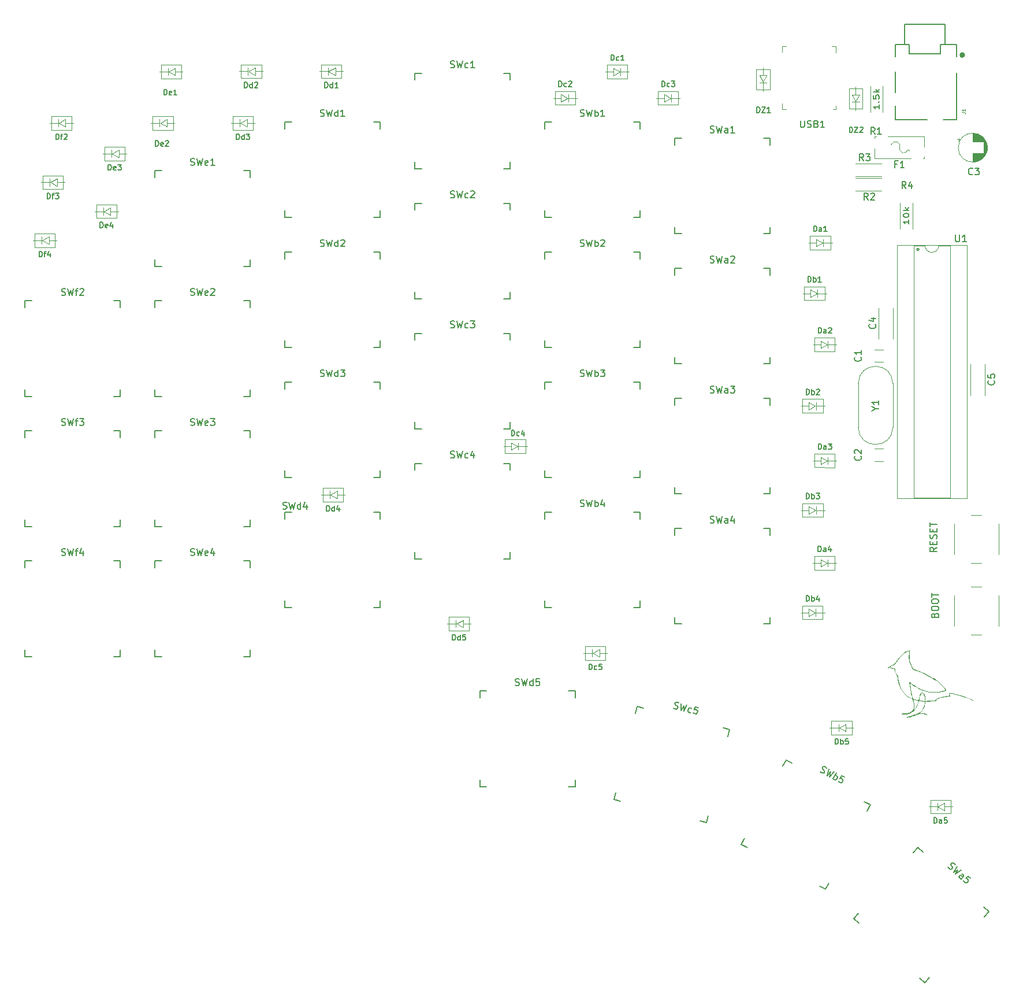
<source format=gbr>
%TF.GenerationSoftware,KiCad,Pcbnew,(6.0.5)*%
%TF.CreationDate,2022-07-25T14:01:38-03:00*%
%TF.ProjectId,bluejay_left,626c7565-6a61-4795-9f6c-6566742e6b69,rev?*%
%TF.SameCoordinates,Original*%
%TF.FileFunction,Legend,Top*%
%TF.FilePolarity,Positive*%
%FSLAX46Y46*%
G04 Gerber Fmt 4.6, Leading zero omitted, Abs format (unit mm)*
G04 Created by KiCad (PCBNEW (6.0.5)) date 2022-07-25 14:01:38*
%MOMM*%
%LPD*%
G01*
G04 APERTURE LIST*
%ADD10C,0.150000*%
%ADD11C,0.120150*%
%ADD12C,0.120000*%
%ADD13C,0.100000*%
%ADD14C,0.127000*%
%ADD15C,0.400000*%
G04 APERTURE END LIST*
D10*
%TO.C,C2*%
X39310342Y-3822966D02*
X39357961Y-3870585D01*
X39405580Y-4013442D01*
X39405580Y-4108680D01*
X39357961Y-4251538D01*
X39262723Y-4346776D01*
X39167485Y-4394395D01*
X38977009Y-4442014D01*
X38834152Y-4442014D01*
X38643676Y-4394395D01*
X38548438Y-4346776D01*
X38453200Y-4251538D01*
X38405580Y-4108680D01*
X38405580Y-4013442D01*
X38453200Y-3870585D01*
X38500819Y-3822966D01*
X38500819Y-3442014D02*
X38453200Y-3394395D01*
X38405580Y-3299157D01*
X38405580Y-3061061D01*
X38453200Y-2965823D01*
X38500819Y-2918204D01*
X38596057Y-2870585D01*
X38691295Y-2870585D01*
X38834152Y-2918204D01*
X39405580Y-3489633D01*
X39405580Y-2870585D01*
%TO.C,Dc5*%
X-523333Y-35093904D02*
X-523333Y-34293904D01*
X-332857Y-34293904D01*
X-218571Y-34332000D01*
X-142380Y-34408190D01*
X-104285Y-34484380D01*
X-66190Y-34636761D01*
X-66190Y-34751047D01*
X-104285Y-34903428D01*
X-142380Y-34979619D01*
X-218571Y-35055809D01*
X-332857Y-35093904D01*
X-523333Y-35093904D01*
X619523Y-35055809D02*
X543333Y-35093904D01*
X390952Y-35093904D01*
X314761Y-35055809D01*
X276666Y-35017714D01*
X238571Y-34941523D01*
X238571Y-34712952D01*
X276666Y-34636761D01*
X314761Y-34598666D01*
X390952Y-34560571D01*
X543333Y-34560571D01*
X619523Y-34598666D01*
X1343333Y-34293904D02*
X962380Y-34293904D01*
X924285Y-34674857D01*
X962380Y-34636761D01*
X1038571Y-34598666D01*
X1229047Y-34598666D01*
X1305238Y-34636761D01*
X1343333Y-34674857D01*
X1381428Y-34751047D01*
X1381428Y-34941523D01*
X1343333Y-35017714D01*
X1305238Y-35055809D01*
X1229047Y-35093904D01*
X1038571Y-35093904D01*
X962380Y-35055809D01*
X924285Y-35017714D01*
%TO.C,Y1*%
X41476326Y3107509D02*
X41952516Y3107509D01*
X40952516Y2774176D02*
X41476326Y3107509D01*
X40952516Y3440842D01*
X41952516Y4297985D02*
X41952516Y3726557D01*
X41952516Y4012271D02*
X40952516Y4012271D01*
X41095374Y3917033D01*
X41190612Y3821795D01*
X41238231Y3726557D01*
%TO.C,SWa3*%
X17264285Y5468938D02*
X17407142Y5421319D01*
X17645238Y5421319D01*
X17740476Y5468938D01*
X17788095Y5516557D01*
X17835714Y5611795D01*
X17835714Y5707033D01*
X17788095Y5802271D01*
X17740476Y5849890D01*
X17645238Y5897509D01*
X17454761Y5945128D01*
X17359523Y5992747D01*
X17311904Y6040366D01*
X17264285Y6135604D01*
X17264285Y6230842D01*
X17311904Y6326080D01*
X17359523Y6373700D01*
X17454761Y6421319D01*
X17692857Y6421319D01*
X17835714Y6373700D01*
X18169047Y6421319D02*
X18407142Y5421319D01*
X18597619Y6135604D01*
X18788095Y5421319D01*
X19026190Y6421319D01*
X19835714Y5421319D02*
X19835714Y5945128D01*
X19788095Y6040366D01*
X19692857Y6087985D01*
X19502380Y6087985D01*
X19407142Y6040366D01*
X19835714Y5468938D02*
X19740476Y5421319D01*
X19502380Y5421319D01*
X19407142Y5468938D01*
X19359523Y5564176D01*
X19359523Y5659414D01*
X19407142Y5754652D01*
X19502380Y5802271D01*
X19740476Y5802271D01*
X19835714Y5849890D01*
X20216666Y6421319D02*
X20835714Y6421319D01*
X20502380Y6040366D01*
X20645238Y6040366D01*
X20740476Y5992747D01*
X20788095Y5945128D01*
X20835714Y5849890D01*
X20835714Y5611795D01*
X20788095Y5516557D01*
X20740476Y5468938D01*
X20645238Y5421319D01*
X20359523Y5421319D01*
X20264285Y5468938D01*
X20216666Y5516557D01*
%TO.C,SWa5*%
X52126990Y-64027559D02*
X52201290Y-64158537D01*
X52378229Y-64317854D01*
X52480868Y-64346193D01*
X52548119Y-64342668D01*
X52647234Y-64303756D01*
X52710961Y-64232980D01*
X52739299Y-64130341D01*
X52735775Y-64063090D01*
X52696863Y-63963975D01*
X52587175Y-63801134D01*
X52548262Y-63702020D01*
X52544738Y-63634768D01*
X52573077Y-63532129D01*
X52636803Y-63461354D01*
X52735918Y-63422441D01*
X52803169Y-63418917D01*
X52905808Y-63447256D01*
X53082747Y-63606572D01*
X53157048Y-63737550D01*
X53436626Y-63925206D02*
X52944435Y-64827668D01*
X53563936Y-64424303D01*
X53227537Y-65082575D01*
X54073607Y-64498747D01*
X54006070Y-65783569D02*
X54356567Y-65394302D01*
X54384906Y-65291663D01*
X54345994Y-65192549D01*
X54204442Y-65065095D01*
X54101803Y-65036756D01*
X54037933Y-65748181D02*
X53935294Y-65719842D01*
X53758355Y-65560525D01*
X53719443Y-65461410D01*
X53747782Y-65358771D01*
X53811508Y-65287996D01*
X53910623Y-65249083D01*
X54013262Y-65277422D01*
X54190201Y-65436739D01*
X54292840Y-65465078D01*
X55382958Y-65677691D02*
X55029079Y-65359057D01*
X54675058Y-65681072D01*
X54742309Y-65677548D01*
X54844948Y-65705887D01*
X55021887Y-65865204D01*
X55060800Y-65964318D01*
X55064324Y-66031569D01*
X55035985Y-66134209D01*
X54876668Y-66311148D01*
X54777554Y-66350060D01*
X54710303Y-66353585D01*
X54607663Y-66325246D01*
X54430724Y-66165929D01*
X54391812Y-66066814D01*
X54388287Y-65999563D01*
%TO.C,Da1*%
X32437619Y29070095D02*
X32437619Y29870095D01*
X32628095Y29870095D01*
X32742380Y29832000D01*
X32818571Y29755809D01*
X32856666Y29679619D01*
X32894761Y29527238D01*
X32894761Y29412952D01*
X32856666Y29260571D01*
X32818571Y29184380D01*
X32742380Y29108190D01*
X32628095Y29070095D01*
X32437619Y29070095D01*
X33580476Y29070095D02*
X33580476Y29489142D01*
X33542380Y29565333D01*
X33466190Y29603428D01*
X33313809Y29603428D01*
X33237619Y29565333D01*
X33580476Y29108190D02*
X33504285Y29070095D01*
X33313809Y29070095D01*
X33237619Y29108190D01*
X33199523Y29184380D01*
X33199523Y29260571D01*
X33237619Y29336761D01*
X33313809Y29374857D01*
X33504285Y29374857D01*
X33580476Y29412952D01*
X34380476Y29070095D02*
X33923333Y29070095D01*
X34151904Y29070095D02*
X34151904Y29870095D01*
X34075714Y29755809D01*
X33999523Y29679619D01*
X33923333Y29641523D01*
%TO.C,SWf2*%
X-77819047Y19756538D02*
X-77676190Y19708919D01*
X-77438095Y19708919D01*
X-77342857Y19756538D01*
X-77295238Y19804157D01*
X-77247619Y19899395D01*
X-77247619Y19994633D01*
X-77295238Y20089871D01*
X-77342857Y20137490D01*
X-77438095Y20185109D01*
X-77628571Y20232728D01*
X-77723809Y20280347D01*
X-77771428Y20327966D01*
X-77819047Y20423204D01*
X-77819047Y20518442D01*
X-77771428Y20613680D01*
X-77723809Y20661300D01*
X-77628571Y20708919D01*
X-77390476Y20708919D01*
X-77247619Y20661300D01*
X-76914285Y20708919D02*
X-76676190Y19708919D01*
X-76485714Y20423204D01*
X-76295238Y19708919D01*
X-76057142Y20708919D01*
X-75819047Y20375585D02*
X-75438095Y20375585D01*
X-75676190Y19708919D02*
X-75676190Y20566061D01*
X-75628571Y20661300D01*
X-75533333Y20708919D01*
X-75438095Y20708919D01*
X-75152380Y20613680D02*
X-75104761Y20661300D01*
X-75009523Y20708919D01*
X-74771428Y20708919D01*
X-74676190Y20661300D01*
X-74628571Y20613680D01*
X-74580952Y20518442D01*
X-74580952Y20423204D01*
X-74628571Y20280347D01*
X-75200000Y19708919D01*
X-74580952Y19708919D01*
%TO.C,SWc2*%
X-20811904Y34044038D02*
X-20669047Y33996419D01*
X-20430952Y33996419D01*
X-20335714Y34044038D01*
X-20288095Y34091657D01*
X-20240476Y34186895D01*
X-20240476Y34282133D01*
X-20288095Y34377371D01*
X-20335714Y34424990D01*
X-20430952Y34472609D01*
X-20621428Y34520228D01*
X-20716666Y34567847D01*
X-20764285Y34615466D01*
X-20811904Y34710704D01*
X-20811904Y34805942D01*
X-20764285Y34901180D01*
X-20716666Y34948800D01*
X-20621428Y34996419D01*
X-20383333Y34996419D01*
X-20240476Y34948800D01*
X-19907142Y34996419D02*
X-19669047Y33996419D01*
X-19478571Y34710704D01*
X-19288095Y33996419D01*
X-19050000Y34996419D01*
X-18240476Y34044038D02*
X-18335714Y33996419D01*
X-18526190Y33996419D01*
X-18621428Y34044038D01*
X-18669047Y34091657D01*
X-18716666Y34186895D01*
X-18716666Y34472609D01*
X-18669047Y34567847D01*
X-18621428Y34615466D01*
X-18526190Y34663085D01*
X-18335714Y34663085D01*
X-18240476Y34615466D01*
X-17859523Y34901180D02*
X-17811904Y34948800D01*
X-17716666Y34996419D01*
X-17478571Y34996419D01*
X-17383333Y34948800D01*
X-17335714Y34901180D01*
X-17288095Y34805942D01*
X-17288095Y34710704D01*
X-17335714Y34567847D01*
X-17907142Y33996419D01*
X-17288095Y33996419D01*
%TO.C,SWd1*%
X-39885714Y45950238D02*
X-39742857Y45902619D01*
X-39504761Y45902619D01*
X-39409523Y45950238D01*
X-39361904Y45997857D01*
X-39314285Y46093095D01*
X-39314285Y46188333D01*
X-39361904Y46283571D01*
X-39409523Y46331190D01*
X-39504761Y46378809D01*
X-39695238Y46426428D01*
X-39790476Y46474047D01*
X-39838095Y46521666D01*
X-39885714Y46616904D01*
X-39885714Y46712142D01*
X-39838095Y46807380D01*
X-39790476Y46855000D01*
X-39695238Y46902619D01*
X-39457142Y46902619D01*
X-39314285Y46855000D01*
X-38980952Y46902619D02*
X-38742857Y45902619D01*
X-38552380Y46616904D01*
X-38361904Y45902619D01*
X-38123809Y46902619D01*
X-37314285Y45902619D02*
X-37314285Y46902619D01*
X-37314285Y45950238D02*
X-37409523Y45902619D01*
X-37600000Y45902619D01*
X-37695238Y45950238D01*
X-37742857Y45997857D01*
X-37790476Y46093095D01*
X-37790476Y46378809D01*
X-37742857Y46474047D01*
X-37695238Y46521666D01*
X-37600000Y46569285D01*
X-37409523Y46569285D01*
X-37314285Y46521666D01*
X-36314285Y45902619D02*
X-36885714Y45902619D01*
X-36600000Y45902619D02*
X-36600000Y46902619D01*
X-36695238Y46759761D01*
X-36790476Y46664523D01*
X-36885714Y46616904D01*
%TO.C,SWc3*%
X-20811904Y14994038D02*
X-20669047Y14946419D01*
X-20430952Y14946419D01*
X-20335714Y14994038D01*
X-20288095Y15041657D01*
X-20240476Y15136895D01*
X-20240476Y15232133D01*
X-20288095Y15327371D01*
X-20335714Y15374990D01*
X-20430952Y15422609D01*
X-20621428Y15470228D01*
X-20716666Y15517847D01*
X-20764285Y15565466D01*
X-20811904Y15660704D01*
X-20811904Y15755942D01*
X-20764285Y15851180D01*
X-20716666Y15898800D01*
X-20621428Y15946419D01*
X-20383333Y15946419D01*
X-20240476Y15898800D01*
X-19907142Y15946419D02*
X-19669047Y14946419D01*
X-19478571Y15660704D01*
X-19288095Y14946419D01*
X-19050000Y15946419D01*
X-18240476Y14994038D02*
X-18335714Y14946419D01*
X-18526190Y14946419D01*
X-18621428Y14994038D01*
X-18669047Y15041657D01*
X-18716666Y15136895D01*
X-18716666Y15422609D01*
X-18669047Y15517847D01*
X-18621428Y15565466D01*
X-18526190Y15613085D01*
X-18335714Y15613085D01*
X-18240476Y15565466D01*
X-17907142Y15946419D02*
X-17288095Y15946419D01*
X-17621428Y15565466D01*
X-17478571Y15565466D01*
X-17383333Y15517847D01*
X-17335714Y15470228D01*
X-17288095Y15374990D01*
X-17288095Y15136895D01*
X-17335714Y15041657D01*
X-17383333Y14994038D01*
X-17478571Y14946419D01*
X-17764285Y14946419D01*
X-17859523Y14994038D01*
X-17907142Y15041657D01*
%TO.C,DZ2*%
X37658571Y43568095D02*
X37658571Y44368095D01*
X37849047Y44368095D01*
X37963333Y44330000D01*
X38039523Y44253809D01*
X38077619Y44177619D01*
X38115714Y44025238D01*
X38115714Y43910952D01*
X38077619Y43758571D01*
X38039523Y43682380D01*
X37963333Y43606190D01*
X37849047Y43568095D01*
X37658571Y43568095D01*
X38382380Y44368095D02*
X38915714Y44368095D01*
X38382380Y43568095D01*
X38915714Y43568095D01*
X39182380Y44291904D02*
X39220476Y44330000D01*
X39296666Y44368095D01*
X39487142Y44368095D01*
X39563333Y44330000D01*
X39601428Y44291904D01*
X39639523Y44215714D01*
X39639523Y44139523D01*
X39601428Y44025238D01*
X39144285Y43568095D01*
X39639523Y43568095D01*
%TO.C,De2*%
X-64040833Y41556095D02*
X-64040833Y42356095D01*
X-63850357Y42356095D01*
X-63736071Y42318000D01*
X-63659880Y42241809D01*
X-63621785Y42165619D01*
X-63583690Y42013238D01*
X-63583690Y41898952D01*
X-63621785Y41746571D01*
X-63659880Y41670380D01*
X-63736071Y41594190D01*
X-63850357Y41556095D01*
X-64040833Y41556095D01*
X-62936071Y41594190D02*
X-63012261Y41556095D01*
X-63164642Y41556095D01*
X-63240833Y41594190D01*
X-63278928Y41670380D01*
X-63278928Y41975142D01*
X-63240833Y42051333D01*
X-63164642Y42089428D01*
X-63012261Y42089428D01*
X-62936071Y42051333D01*
X-62897976Y41975142D01*
X-62897976Y41898952D01*
X-63278928Y41822761D01*
X-62593214Y42279904D02*
X-62555119Y42318000D01*
X-62478928Y42356095D01*
X-62288452Y42356095D01*
X-62212261Y42318000D01*
X-62174166Y42279904D01*
X-62136071Y42203714D01*
X-62136071Y42127523D01*
X-62174166Y42013238D01*
X-62631309Y41556095D01*
X-62136071Y41556095D01*
%TO.C,SWe3*%
X-58911904Y706438D02*
X-58769047Y658819D01*
X-58530952Y658819D01*
X-58435714Y706438D01*
X-58388095Y754057D01*
X-58340476Y849295D01*
X-58340476Y944533D01*
X-58388095Y1039771D01*
X-58435714Y1087390D01*
X-58530952Y1135009D01*
X-58721428Y1182628D01*
X-58816666Y1230247D01*
X-58864285Y1277866D01*
X-58911904Y1373104D01*
X-58911904Y1468342D01*
X-58864285Y1563580D01*
X-58816666Y1611200D01*
X-58721428Y1658819D01*
X-58483333Y1658819D01*
X-58340476Y1611200D01*
X-58007142Y1658819D02*
X-57769047Y658819D01*
X-57578571Y1373104D01*
X-57388095Y658819D01*
X-57150000Y1658819D01*
X-56388095Y706438D02*
X-56483333Y658819D01*
X-56673809Y658819D01*
X-56769047Y706438D01*
X-56816666Y801676D01*
X-56816666Y1182628D01*
X-56769047Y1277866D01*
X-56673809Y1325485D01*
X-56483333Y1325485D01*
X-56388095Y1277866D01*
X-56340476Y1182628D01*
X-56340476Y1087390D01*
X-56816666Y992152D01*
X-56007142Y1658819D02*
X-55388095Y1658819D01*
X-55721428Y1277866D01*
X-55578571Y1277866D01*
X-55483333Y1230247D01*
X-55435714Y1182628D01*
X-55388095Y1087390D01*
X-55388095Y849295D01*
X-55435714Y754057D01*
X-55483333Y706438D01*
X-55578571Y658819D01*
X-55864285Y658819D01*
X-55959523Y706438D01*
X-56007142Y754057D01*
%TO.C,U1*%
X53219295Y28550119D02*
X53219295Y27740595D01*
X53266914Y27645357D01*
X53314533Y27597738D01*
X53409771Y27550119D01*
X53600247Y27550119D01*
X53695485Y27597738D01*
X53743104Y27645357D01*
X53790723Y27740595D01*
X53790723Y28550119D01*
X54790723Y27550119D02*
X54219295Y27550119D01*
X54505009Y27550119D02*
X54505009Y28550119D01*
X54409771Y28407261D01*
X54314533Y28312023D01*
X54219295Y28264404D01*
%TO.C,Da4*%
X33075119Y-17829904D02*
X33075119Y-17029904D01*
X33265595Y-17029904D01*
X33379880Y-17068000D01*
X33456071Y-17144190D01*
X33494166Y-17220380D01*
X33532261Y-17372761D01*
X33532261Y-17487047D01*
X33494166Y-17639428D01*
X33456071Y-17715619D01*
X33379880Y-17791809D01*
X33265595Y-17829904D01*
X33075119Y-17829904D01*
X34217976Y-17829904D02*
X34217976Y-17410857D01*
X34179880Y-17334666D01*
X34103690Y-17296571D01*
X33951309Y-17296571D01*
X33875119Y-17334666D01*
X34217976Y-17791809D02*
X34141785Y-17829904D01*
X33951309Y-17829904D01*
X33875119Y-17791809D01*
X33837023Y-17715619D01*
X33837023Y-17639428D01*
X33875119Y-17563238D01*
X33951309Y-17525142D01*
X34141785Y-17525142D01*
X34217976Y-17487047D01*
X34941785Y-17296571D02*
X34941785Y-17829904D01*
X34751309Y-16991809D02*
X34560833Y-17563238D01*
X35056071Y-17563238D01*
%TO.C,De1*%
X-62828333Y49056095D02*
X-62828333Y49856095D01*
X-62637857Y49856095D01*
X-62523571Y49818000D01*
X-62447380Y49741809D01*
X-62409285Y49665619D01*
X-62371190Y49513238D01*
X-62371190Y49398952D01*
X-62409285Y49246571D01*
X-62447380Y49170380D01*
X-62523571Y49094190D01*
X-62637857Y49056095D01*
X-62828333Y49056095D01*
X-61723571Y49094190D02*
X-61799761Y49056095D01*
X-61952142Y49056095D01*
X-62028333Y49094190D01*
X-62066428Y49170380D01*
X-62066428Y49475142D01*
X-62028333Y49551333D01*
X-61952142Y49589428D01*
X-61799761Y49589428D01*
X-61723571Y49551333D01*
X-61685476Y49475142D01*
X-61685476Y49398952D01*
X-62066428Y49322761D01*
X-60923571Y49056095D02*
X-61380714Y49056095D01*
X-61152142Y49056095D02*
X-61152142Y49856095D01*
X-61228333Y49741809D01*
X-61304523Y49665619D01*
X-61380714Y49627523D01*
%TO.C,SWc4*%
X-20811904Y-4056061D02*
X-20669047Y-4103680D01*
X-20430952Y-4103680D01*
X-20335714Y-4056061D01*
X-20288095Y-4008442D01*
X-20240476Y-3913204D01*
X-20240476Y-3817966D01*
X-20288095Y-3722728D01*
X-20335714Y-3675109D01*
X-20430952Y-3627490D01*
X-20621428Y-3579871D01*
X-20716666Y-3532252D01*
X-20764285Y-3484633D01*
X-20811904Y-3389395D01*
X-20811904Y-3294157D01*
X-20764285Y-3198919D01*
X-20716666Y-3151300D01*
X-20621428Y-3103680D01*
X-20383333Y-3103680D01*
X-20240476Y-3151300D01*
X-19907142Y-3103680D02*
X-19669047Y-4103680D01*
X-19478571Y-3389395D01*
X-19288095Y-4103680D01*
X-19050000Y-3103680D01*
X-18240476Y-4056061D02*
X-18335714Y-4103680D01*
X-18526190Y-4103680D01*
X-18621428Y-4056061D01*
X-18669047Y-4008442D01*
X-18716666Y-3913204D01*
X-18716666Y-3627490D01*
X-18669047Y-3532252D01*
X-18621428Y-3484633D01*
X-18526190Y-3437014D01*
X-18335714Y-3437014D01*
X-18240476Y-3484633D01*
X-17383333Y-3437014D02*
X-17383333Y-4103680D01*
X-17621428Y-3056061D02*
X-17859523Y-3770347D01*
X-17240476Y-3770347D01*
%TO.C,SWe2*%
X-58911904Y19756538D02*
X-58769047Y19708919D01*
X-58530952Y19708919D01*
X-58435714Y19756538D01*
X-58388095Y19804157D01*
X-58340476Y19899395D01*
X-58340476Y19994633D01*
X-58388095Y20089871D01*
X-58435714Y20137490D01*
X-58530952Y20185109D01*
X-58721428Y20232728D01*
X-58816666Y20280347D01*
X-58864285Y20327966D01*
X-58911904Y20423204D01*
X-58911904Y20518442D01*
X-58864285Y20613680D01*
X-58816666Y20661300D01*
X-58721428Y20708919D01*
X-58483333Y20708919D01*
X-58340476Y20661300D01*
X-58007142Y20708919D02*
X-57769047Y19708919D01*
X-57578571Y20423204D01*
X-57388095Y19708919D01*
X-57150000Y20708919D01*
X-56388095Y19756538D02*
X-56483333Y19708919D01*
X-56673809Y19708919D01*
X-56769047Y19756538D01*
X-56816666Y19851776D01*
X-56816666Y20232728D01*
X-56769047Y20327966D01*
X-56673809Y20375585D01*
X-56483333Y20375585D01*
X-56388095Y20327966D01*
X-56340476Y20232728D01*
X-56340476Y20137490D01*
X-56816666Y20042252D01*
X-55959523Y20613680D02*
X-55911904Y20661300D01*
X-55816666Y20708919D01*
X-55578571Y20708919D01*
X-55483333Y20661300D01*
X-55435714Y20613680D01*
X-55388095Y20518442D01*
X-55388095Y20423204D01*
X-55435714Y20280347D01*
X-56007142Y19708919D01*
X-55388095Y19708919D01*
%TO.C,Da3*%
X33093919Y-2829904D02*
X33093919Y-2029904D01*
X33284395Y-2029904D01*
X33398680Y-2068000D01*
X33474871Y-2144190D01*
X33512966Y-2220380D01*
X33551061Y-2372761D01*
X33551061Y-2487047D01*
X33512966Y-2639428D01*
X33474871Y-2715619D01*
X33398680Y-2791809D01*
X33284395Y-2829904D01*
X33093919Y-2829904D01*
X34236776Y-2829904D02*
X34236776Y-2410857D01*
X34198680Y-2334666D01*
X34122490Y-2296571D01*
X33970109Y-2296571D01*
X33893919Y-2334666D01*
X34236776Y-2791809D02*
X34160585Y-2829904D01*
X33970109Y-2829904D01*
X33893919Y-2791809D01*
X33855823Y-2715619D01*
X33855823Y-2639428D01*
X33893919Y-2563238D01*
X33970109Y-2525142D01*
X34160585Y-2525142D01*
X34236776Y-2487047D01*
X34541538Y-2029904D02*
X35036776Y-2029904D01*
X34770109Y-2334666D01*
X34884395Y-2334666D01*
X34960585Y-2372761D01*
X34998680Y-2410857D01*
X35036776Y-2487047D01*
X35036776Y-2677523D01*
X34998680Y-2753714D01*
X34960585Y-2791809D01*
X34884395Y-2829904D01*
X34655823Y-2829904D01*
X34579633Y-2791809D01*
X34541538Y-2753714D01*
%TO.C,SWd5*%
X-11310714Y-37393561D02*
X-11167857Y-37441180D01*
X-10929761Y-37441180D01*
X-10834523Y-37393561D01*
X-10786904Y-37345942D01*
X-10739285Y-37250704D01*
X-10739285Y-37155466D01*
X-10786904Y-37060228D01*
X-10834523Y-37012609D01*
X-10929761Y-36964990D01*
X-11120238Y-36917371D01*
X-11215476Y-36869752D01*
X-11263095Y-36822133D01*
X-11310714Y-36726895D01*
X-11310714Y-36631657D01*
X-11263095Y-36536419D01*
X-11215476Y-36488800D01*
X-11120238Y-36441180D01*
X-10882142Y-36441180D01*
X-10739285Y-36488800D01*
X-10405952Y-36441180D02*
X-10167857Y-37441180D01*
X-9977380Y-36726895D01*
X-9786904Y-37441180D01*
X-9548809Y-36441180D01*
X-8739285Y-37441180D02*
X-8739285Y-36441180D01*
X-8739285Y-37393561D02*
X-8834523Y-37441180D01*
X-9025000Y-37441180D01*
X-9120238Y-37393561D01*
X-9167857Y-37345942D01*
X-9215476Y-37250704D01*
X-9215476Y-36964990D01*
X-9167857Y-36869752D01*
X-9120238Y-36822133D01*
X-9025000Y-36774514D01*
X-8834523Y-36774514D01*
X-8739285Y-36822133D01*
X-7786904Y-36441180D02*
X-8263095Y-36441180D01*
X-8310714Y-36917371D01*
X-8263095Y-36869752D01*
X-8167857Y-36822133D01*
X-7929761Y-36822133D01*
X-7834523Y-36869752D01*
X-7786904Y-36917371D01*
X-7739285Y-37012609D01*
X-7739285Y-37250704D01*
X-7786904Y-37345942D01*
X-7834523Y-37393561D01*
X-7929761Y-37441180D01*
X-8167857Y-37441180D01*
X-8263095Y-37393561D01*
X-8310714Y-37345942D01*
%TO.C,De3*%
X-70973333Y38056095D02*
X-70973333Y38856095D01*
X-70782857Y38856095D01*
X-70668571Y38818000D01*
X-70592380Y38741809D01*
X-70554285Y38665619D01*
X-70516190Y38513238D01*
X-70516190Y38398952D01*
X-70554285Y38246571D01*
X-70592380Y38170380D01*
X-70668571Y38094190D01*
X-70782857Y38056095D01*
X-70973333Y38056095D01*
X-69868571Y38094190D02*
X-69944761Y38056095D01*
X-70097142Y38056095D01*
X-70173333Y38094190D01*
X-70211428Y38170380D01*
X-70211428Y38475142D01*
X-70173333Y38551333D01*
X-70097142Y38589428D01*
X-69944761Y38589428D01*
X-69868571Y38551333D01*
X-69830476Y38475142D01*
X-69830476Y38398952D01*
X-70211428Y38322761D01*
X-69563809Y38856095D02*
X-69068571Y38856095D01*
X-69335238Y38551333D01*
X-69220952Y38551333D01*
X-69144761Y38513238D01*
X-69106666Y38475142D01*
X-69068571Y38398952D01*
X-69068571Y38208476D01*
X-69106666Y38132285D01*
X-69144761Y38094190D01*
X-69220952Y38056095D01*
X-69449523Y38056095D01*
X-69525714Y38094190D01*
X-69563809Y38132285D01*
%TO.C,SWa4*%
X17264285Y-13581061D02*
X17407142Y-13628680D01*
X17645238Y-13628680D01*
X17740476Y-13581061D01*
X17788095Y-13533442D01*
X17835714Y-13438204D01*
X17835714Y-13342966D01*
X17788095Y-13247728D01*
X17740476Y-13200109D01*
X17645238Y-13152490D01*
X17454761Y-13104871D01*
X17359523Y-13057252D01*
X17311904Y-13009633D01*
X17264285Y-12914395D01*
X17264285Y-12819157D01*
X17311904Y-12723919D01*
X17359523Y-12676300D01*
X17454761Y-12628680D01*
X17692857Y-12628680D01*
X17835714Y-12676300D01*
X18169047Y-12628680D02*
X18407142Y-13628680D01*
X18597619Y-12914395D01*
X18788095Y-13628680D01*
X19026190Y-12628680D01*
X19835714Y-13628680D02*
X19835714Y-13104871D01*
X19788095Y-13009633D01*
X19692857Y-12962014D01*
X19502380Y-12962014D01*
X19407142Y-13009633D01*
X19835714Y-13581061D02*
X19740476Y-13628680D01*
X19502380Y-13628680D01*
X19407142Y-13581061D01*
X19359523Y-13485823D01*
X19359523Y-13390585D01*
X19407142Y-13295347D01*
X19502380Y-13247728D01*
X19740476Y-13247728D01*
X19835714Y-13200109D01*
X20740476Y-12962014D02*
X20740476Y-13628680D01*
X20502380Y-12581061D02*
X20264285Y-13295347D01*
X20883333Y-13295347D01*
%TO.C,SWb1*%
X-1785714Y45950238D02*
X-1642857Y45902619D01*
X-1404761Y45902619D01*
X-1309523Y45950238D01*
X-1261904Y45997857D01*
X-1214285Y46093095D01*
X-1214285Y46188333D01*
X-1261904Y46283571D01*
X-1309523Y46331190D01*
X-1404761Y46378809D01*
X-1595238Y46426428D01*
X-1690476Y46474047D01*
X-1738095Y46521666D01*
X-1785714Y46616904D01*
X-1785714Y46712142D01*
X-1738095Y46807380D01*
X-1690476Y46855000D01*
X-1595238Y46902619D01*
X-1357142Y46902619D01*
X-1214285Y46855000D01*
X-880952Y46902619D02*
X-642857Y45902619D01*
X-452380Y46616904D01*
X-261904Y45902619D01*
X-23809Y46902619D01*
X357142Y45902619D02*
X357142Y46902619D01*
X357142Y46521666D02*
X452380Y46569285D01*
X642857Y46569285D01*
X738095Y46521666D01*
X785714Y46474047D01*
X833333Y46378809D01*
X833333Y46093095D01*
X785714Y45997857D01*
X738095Y45950238D01*
X642857Y45902619D01*
X452380Y45902619D01*
X357142Y45950238D01*
X1785714Y45902619D02*
X1214285Y45902619D01*
X1500000Y45902619D02*
X1500000Y46902619D01*
X1404761Y46759761D01*
X1309523Y46664523D01*
X1214285Y46616904D01*
%TO.C,SWb2*%
X-1785714Y26900238D02*
X-1642857Y26852619D01*
X-1404761Y26852619D01*
X-1309523Y26900238D01*
X-1261904Y26947857D01*
X-1214285Y27043095D01*
X-1214285Y27138333D01*
X-1261904Y27233571D01*
X-1309523Y27281190D01*
X-1404761Y27328809D01*
X-1595238Y27376428D01*
X-1690476Y27424047D01*
X-1738095Y27471666D01*
X-1785714Y27566904D01*
X-1785714Y27662142D01*
X-1738095Y27757380D01*
X-1690476Y27805000D01*
X-1595238Y27852619D01*
X-1357142Y27852619D01*
X-1214285Y27805000D01*
X-880952Y27852619D02*
X-642857Y26852619D01*
X-452380Y27566904D01*
X-261904Y26852619D01*
X-23809Y27852619D01*
X357142Y26852619D02*
X357142Y27852619D01*
X357142Y27471666D02*
X452380Y27519285D01*
X642857Y27519285D01*
X738095Y27471666D01*
X785714Y27424047D01*
X833333Y27328809D01*
X833333Y27043095D01*
X785714Y26947857D01*
X738095Y26900238D01*
X642857Y26852619D01*
X452380Y26852619D01*
X357142Y26900238D01*
X1214285Y27757380D02*
X1261904Y27805000D01*
X1357142Y27852619D01*
X1595238Y27852619D01*
X1690476Y27805000D01*
X1738095Y27757380D01*
X1785714Y27662142D01*
X1785714Y27566904D01*
X1738095Y27424047D01*
X1166666Y26852619D01*
X1785714Y26852619D01*
%TO.C,De4*%
X-72173333Y29606095D02*
X-72173333Y30406095D01*
X-71982857Y30406095D01*
X-71868571Y30368000D01*
X-71792380Y30291809D01*
X-71754285Y30215619D01*
X-71716190Y30063238D01*
X-71716190Y29948952D01*
X-71754285Y29796571D01*
X-71792380Y29720380D01*
X-71868571Y29644190D01*
X-71982857Y29606095D01*
X-72173333Y29606095D01*
X-71068571Y29644190D02*
X-71144761Y29606095D01*
X-71297142Y29606095D01*
X-71373333Y29644190D01*
X-71411428Y29720380D01*
X-71411428Y30025142D01*
X-71373333Y30101333D01*
X-71297142Y30139428D01*
X-71144761Y30139428D01*
X-71068571Y30101333D01*
X-71030476Y30025142D01*
X-71030476Y29948952D01*
X-71411428Y29872761D01*
X-70344761Y30139428D02*
X-70344761Y29606095D01*
X-70535238Y30444190D02*
X-70725714Y29872761D01*
X-70230476Y29872761D01*
%TO.C,C4*%
X41433342Y15467033D02*
X41480961Y15419414D01*
X41528580Y15276557D01*
X41528580Y15181319D01*
X41480961Y15038461D01*
X41385723Y14943223D01*
X41290485Y14895604D01*
X41100009Y14847985D01*
X40957152Y14847985D01*
X40766676Y14895604D01*
X40671438Y14943223D01*
X40576200Y15038461D01*
X40528580Y15181319D01*
X40528580Y15276557D01*
X40576200Y15419414D01*
X40623819Y15467033D01*
X40861914Y16324176D02*
X41528580Y16324176D01*
X40480961Y16086080D02*
X41195247Y15847985D01*
X41195247Y16467033D01*
%TO.C,SWa2*%
X17264285Y24519038D02*
X17407142Y24471419D01*
X17645238Y24471419D01*
X17740476Y24519038D01*
X17788095Y24566657D01*
X17835714Y24661895D01*
X17835714Y24757133D01*
X17788095Y24852371D01*
X17740476Y24899990D01*
X17645238Y24947609D01*
X17454761Y24995228D01*
X17359523Y25042847D01*
X17311904Y25090466D01*
X17264285Y25185704D01*
X17264285Y25280942D01*
X17311904Y25376180D01*
X17359523Y25423800D01*
X17454761Y25471419D01*
X17692857Y25471419D01*
X17835714Y25423800D01*
X18169047Y25471419D02*
X18407142Y24471419D01*
X18597619Y25185704D01*
X18788095Y24471419D01*
X19026190Y25471419D01*
X19835714Y24471419D02*
X19835714Y24995228D01*
X19788095Y25090466D01*
X19692857Y25138085D01*
X19502380Y25138085D01*
X19407142Y25090466D01*
X19835714Y24519038D02*
X19740476Y24471419D01*
X19502380Y24471419D01*
X19407142Y24519038D01*
X19359523Y24614276D01*
X19359523Y24709514D01*
X19407142Y24804752D01*
X19502380Y24852371D01*
X19740476Y24852371D01*
X19835714Y24899990D01*
X20264285Y25376180D02*
X20311904Y25423800D01*
X20407142Y25471419D01*
X20645238Y25471419D01*
X20740476Y25423800D01*
X20788095Y25376180D01*
X20835714Y25280942D01*
X20835714Y25185704D01*
X20788095Y25042847D01*
X20216666Y24471419D01*
X20835714Y24471419D01*
%TO.C,Db2*%
X31343919Y5170095D02*
X31343919Y5970095D01*
X31534395Y5970095D01*
X31648680Y5932000D01*
X31724871Y5855809D01*
X31762966Y5779619D01*
X31801061Y5627238D01*
X31801061Y5512952D01*
X31762966Y5360571D01*
X31724871Y5284380D01*
X31648680Y5208190D01*
X31534395Y5170095D01*
X31343919Y5170095D01*
X32143919Y5170095D02*
X32143919Y5970095D01*
X32143919Y5665333D02*
X32220109Y5703428D01*
X32372490Y5703428D01*
X32448680Y5665333D01*
X32486776Y5627238D01*
X32524871Y5551047D01*
X32524871Y5322476D01*
X32486776Y5246285D01*
X32448680Y5208190D01*
X32372490Y5170095D01*
X32220109Y5170095D01*
X32143919Y5208190D01*
X32829633Y5893904D02*
X32867728Y5932000D01*
X32943919Y5970095D01*
X33134395Y5970095D01*
X33210585Y5932000D01*
X33248680Y5893904D01*
X33286776Y5817714D01*
X33286776Y5741523D01*
X33248680Y5627238D01*
X32791538Y5170095D01*
X33286776Y5170095D01*
%TO.C,SWf3*%
X-77819047Y706438D02*
X-77676190Y658819D01*
X-77438095Y658819D01*
X-77342857Y706438D01*
X-77295238Y754057D01*
X-77247619Y849295D01*
X-77247619Y944533D01*
X-77295238Y1039771D01*
X-77342857Y1087390D01*
X-77438095Y1135009D01*
X-77628571Y1182628D01*
X-77723809Y1230247D01*
X-77771428Y1277866D01*
X-77819047Y1373104D01*
X-77819047Y1468342D01*
X-77771428Y1563580D01*
X-77723809Y1611200D01*
X-77628571Y1658819D01*
X-77390476Y1658819D01*
X-77247619Y1611200D01*
X-76914285Y1658819D02*
X-76676190Y658819D01*
X-76485714Y1373104D01*
X-76295238Y658819D01*
X-76057142Y1658819D01*
X-75819047Y1325485D02*
X-75438095Y1325485D01*
X-75676190Y658819D02*
X-75676190Y1515961D01*
X-75628571Y1611200D01*
X-75533333Y1658819D01*
X-75438095Y1658819D01*
X-75200000Y1658819D02*
X-74580952Y1658819D01*
X-74914285Y1277866D01*
X-74771428Y1277866D01*
X-74676190Y1230247D01*
X-74628571Y1182628D01*
X-74580952Y1087390D01*
X-74580952Y849295D01*
X-74628571Y754057D01*
X-74676190Y706438D01*
X-74771428Y658819D01*
X-75057142Y658819D01*
X-75152380Y706438D01*
X-75200000Y754057D01*
%TO.C,SWd4*%
X-45375714Y-11544761D02*
X-45232857Y-11592380D01*
X-44994761Y-11592380D01*
X-44899523Y-11544761D01*
X-44851904Y-11497142D01*
X-44804285Y-11401904D01*
X-44804285Y-11306666D01*
X-44851904Y-11211428D01*
X-44899523Y-11163809D01*
X-44994761Y-11116190D01*
X-45185238Y-11068571D01*
X-45280476Y-11020952D01*
X-45328095Y-10973333D01*
X-45375714Y-10878095D01*
X-45375714Y-10782857D01*
X-45328095Y-10687619D01*
X-45280476Y-10640000D01*
X-45185238Y-10592380D01*
X-44947142Y-10592380D01*
X-44804285Y-10640000D01*
X-44470952Y-10592380D02*
X-44232857Y-11592380D01*
X-44042380Y-10878095D01*
X-43851904Y-11592380D01*
X-43613809Y-10592380D01*
X-42804285Y-11592380D02*
X-42804285Y-10592380D01*
X-42804285Y-11544761D02*
X-42899523Y-11592380D01*
X-43090000Y-11592380D01*
X-43185238Y-11544761D01*
X-43232857Y-11497142D01*
X-43280476Y-11401904D01*
X-43280476Y-11116190D01*
X-43232857Y-11020952D01*
X-43185238Y-10973333D01*
X-43090000Y-10925714D01*
X-42899523Y-10925714D01*
X-42804285Y-10973333D01*
X-41899523Y-10925714D02*
X-41899523Y-11592380D01*
X-42137619Y-10544761D02*
X-42375714Y-11259047D01*
X-41756666Y-11259047D01*
%TO.C,Db4*%
X31325119Y-25079904D02*
X31325119Y-24279904D01*
X31515595Y-24279904D01*
X31629880Y-24318000D01*
X31706071Y-24394190D01*
X31744166Y-24470380D01*
X31782261Y-24622761D01*
X31782261Y-24737047D01*
X31744166Y-24889428D01*
X31706071Y-24965619D01*
X31629880Y-25041809D01*
X31515595Y-25079904D01*
X31325119Y-25079904D01*
X32125119Y-25079904D02*
X32125119Y-24279904D01*
X32125119Y-24584666D02*
X32201309Y-24546571D01*
X32353690Y-24546571D01*
X32429880Y-24584666D01*
X32467976Y-24622761D01*
X32506071Y-24698952D01*
X32506071Y-24927523D01*
X32467976Y-25003714D01*
X32429880Y-25041809D01*
X32353690Y-25079904D01*
X32201309Y-25079904D01*
X32125119Y-25041809D01*
X33191785Y-24546571D02*
X33191785Y-25079904D01*
X33001309Y-24241809D02*
X32810833Y-24813238D01*
X33306071Y-24813238D01*
%TO.C,R1*%
X41382133Y43293919D02*
X41048800Y43770109D01*
X40810704Y43293919D02*
X40810704Y44293919D01*
X41191657Y44293919D01*
X41286895Y44246300D01*
X41334514Y44198680D01*
X41382133Y44103442D01*
X41382133Y43960585D01*
X41334514Y43865347D01*
X41286895Y43817728D01*
X41191657Y43770109D01*
X40810704Y43770109D01*
X42334514Y43293919D02*
X41763085Y43293919D01*
X42048800Y43293919D02*
X42048800Y44293919D01*
X41953561Y44151061D01*
X41858323Y44055823D01*
X41763085Y44008204D01*
X42001904Y47606666D02*
X42001904Y47035238D01*
X42001904Y47320952D02*
X41201904Y47320952D01*
X41316190Y47225714D01*
X41392380Y47130476D01*
X41430476Y47035238D01*
X41925714Y48035238D02*
X41963809Y48082857D01*
X42001904Y48035238D01*
X41963809Y47987619D01*
X41925714Y48035238D01*
X42001904Y48035238D01*
X41201904Y48987619D02*
X41201904Y48511428D01*
X41582857Y48463809D01*
X41544761Y48511428D01*
X41506666Y48606666D01*
X41506666Y48844761D01*
X41544761Y48940000D01*
X41582857Y48987619D01*
X41659047Y49035238D01*
X41849523Y49035238D01*
X41925714Y48987619D01*
X41963809Y48940000D01*
X42001904Y48844761D01*
X42001904Y48606666D01*
X41963809Y48511428D01*
X41925714Y48463809D01*
X42001904Y49463809D02*
X41201904Y49463809D01*
X41697142Y49559047D02*
X42001904Y49844761D01*
X41468571Y49844761D02*
X41773333Y49463809D01*
%TO.C,DZ1*%
X24088571Y46490595D02*
X24088571Y47290595D01*
X24279047Y47290595D01*
X24393333Y47252500D01*
X24469523Y47176309D01*
X24507619Y47100119D01*
X24545714Y46947738D01*
X24545714Y46833452D01*
X24507619Y46681071D01*
X24469523Y46604880D01*
X24393333Y46528690D01*
X24279047Y46490595D01*
X24088571Y46490595D01*
X24812380Y47290595D02*
X25345714Y47290595D01*
X24812380Y46490595D01*
X25345714Y46490595D01*
X26069523Y46490595D02*
X25612380Y46490595D01*
X25840952Y46490595D02*
X25840952Y47290595D01*
X25764761Y47176309D01*
X25688571Y47100119D01*
X25612380Y47062023D01*
%TO.C,SWb4*%
X-1785714Y-11199761D02*
X-1642857Y-11247380D01*
X-1404761Y-11247380D01*
X-1309523Y-11199761D01*
X-1261904Y-11152142D01*
X-1214285Y-11056904D01*
X-1214285Y-10961666D01*
X-1261904Y-10866428D01*
X-1309523Y-10818809D01*
X-1404761Y-10771190D01*
X-1595238Y-10723571D01*
X-1690476Y-10675952D01*
X-1738095Y-10628333D01*
X-1785714Y-10533095D01*
X-1785714Y-10437857D01*
X-1738095Y-10342619D01*
X-1690476Y-10295000D01*
X-1595238Y-10247380D01*
X-1357142Y-10247380D01*
X-1214285Y-10295000D01*
X-880952Y-10247380D02*
X-642857Y-11247380D01*
X-452380Y-10533095D01*
X-261904Y-11247380D01*
X-23809Y-10247380D01*
X357142Y-11247380D02*
X357142Y-10247380D01*
X357142Y-10628333D02*
X452380Y-10580714D01*
X642857Y-10580714D01*
X738095Y-10628333D01*
X785714Y-10675952D01*
X833333Y-10771190D01*
X833333Y-11056904D01*
X785714Y-11152142D01*
X738095Y-11199761D01*
X642857Y-11247380D01*
X452380Y-11247380D01*
X357142Y-11199761D01*
X1690476Y-10580714D02*
X1690476Y-11247380D01*
X1452380Y-10199761D02*
X1214285Y-10914047D01*
X1833333Y-10914047D01*
%TO.C,SWe4*%
X-58911904Y-18343561D02*
X-58769047Y-18391180D01*
X-58530952Y-18391180D01*
X-58435714Y-18343561D01*
X-58388095Y-18295942D01*
X-58340476Y-18200704D01*
X-58340476Y-18105466D01*
X-58388095Y-18010228D01*
X-58435714Y-17962609D01*
X-58530952Y-17914990D01*
X-58721428Y-17867371D01*
X-58816666Y-17819752D01*
X-58864285Y-17772133D01*
X-58911904Y-17676895D01*
X-58911904Y-17581657D01*
X-58864285Y-17486419D01*
X-58816666Y-17438800D01*
X-58721428Y-17391180D01*
X-58483333Y-17391180D01*
X-58340476Y-17438800D01*
X-58007142Y-17391180D02*
X-57769047Y-18391180D01*
X-57578571Y-17676895D01*
X-57388095Y-18391180D01*
X-57150000Y-17391180D01*
X-56388095Y-18343561D02*
X-56483333Y-18391180D01*
X-56673809Y-18391180D01*
X-56769047Y-18343561D01*
X-56816666Y-18248323D01*
X-56816666Y-17867371D01*
X-56769047Y-17772133D01*
X-56673809Y-17724514D01*
X-56483333Y-17724514D01*
X-56388095Y-17772133D01*
X-56340476Y-17867371D01*
X-56340476Y-17962609D01*
X-56816666Y-18057847D01*
X-55483333Y-17724514D02*
X-55483333Y-18391180D01*
X-55721428Y-17343561D02*
X-55959523Y-18057847D01*
X-55340476Y-18057847D01*
%TO.C,Dd2*%
X-50992380Y50106095D02*
X-50992380Y50906095D01*
X-50801904Y50906095D01*
X-50687619Y50868000D01*
X-50611428Y50791809D01*
X-50573333Y50715619D01*
X-50535238Y50563238D01*
X-50535238Y50448952D01*
X-50573333Y50296571D01*
X-50611428Y50220380D01*
X-50687619Y50144190D01*
X-50801904Y50106095D01*
X-50992380Y50106095D01*
X-49849523Y50106095D02*
X-49849523Y50906095D01*
X-49849523Y50144190D02*
X-49925714Y50106095D01*
X-50078095Y50106095D01*
X-50154285Y50144190D01*
X-50192380Y50182285D01*
X-50230476Y50258476D01*
X-50230476Y50487047D01*
X-50192380Y50563238D01*
X-50154285Y50601333D01*
X-50078095Y50639428D01*
X-49925714Y50639428D01*
X-49849523Y50601333D01*
X-49506666Y50829904D02*
X-49468571Y50868000D01*
X-49392380Y50906095D01*
X-49201904Y50906095D01*
X-49125714Y50868000D01*
X-49087619Y50829904D01*
X-49049523Y50753714D01*
X-49049523Y50677523D01*
X-49087619Y50563238D01*
X-49544761Y50106095D01*
X-49049523Y50106095D01*
%TO.C,SWa1*%
X17264285Y43569038D02*
X17407142Y43521419D01*
X17645238Y43521419D01*
X17740476Y43569038D01*
X17788095Y43616657D01*
X17835714Y43711895D01*
X17835714Y43807133D01*
X17788095Y43902371D01*
X17740476Y43949990D01*
X17645238Y43997609D01*
X17454761Y44045228D01*
X17359523Y44092847D01*
X17311904Y44140466D01*
X17264285Y44235704D01*
X17264285Y44330942D01*
X17311904Y44426180D01*
X17359523Y44473800D01*
X17454761Y44521419D01*
X17692857Y44521419D01*
X17835714Y44473800D01*
X18169047Y44521419D02*
X18407142Y43521419D01*
X18597619Y44235704D01*
X18788095Y43521419D01*
X19026190Y44521419D01*
X19835714Y43521419D02*
X19835714Y44045228D01*
X19788095Y44140466D01*
X19692857Y44188085D01*
X19502380Y44188085D01*
X19407142Y44140466D01*
X19835714Y43569038D02*
X19740476Y43521419D01*
X19502380Y43521419D01*
X19407142Y43569038D01*
X19359523Y43664276D01*
X19359523Y43759514D01*
X19407142Y43854752D01*
X19502380Y43902371D01*
X19740476Y43902371D01*
X19835714Y43949990D01*
X20835714Y43521419D02*
X20264285Y43521419D01*
X20550000Y43521419D02*
X20550000Y44521419D01*
X20454761Y44378561D01*
X20359523Y44283323D01*
X20264285Y44235704D01*
%TO.C,Dd1*%
X-39242380Y50106095D02*
X-39242380Y50906095D01*
X-39051904Y50906095D01*
X-38937619Y50868000D01*
X-38861428Y50791809D01*
X-38823333Y50715619D01*
X-38785238Y50563238D01*
X-38785238Y50448952D01*
X-38823333Y50296571D01*
X-38861428Y50220380D01*
X-38937619Y50144190D01*
X-39051904Y50106095D01*
X-39242380Y50106095D01*
X-38099523Y50106095D02*
X-38099523Y50906095D01*
X-38099523Y50144190D02*
X-38175714Y50106095D01*
X-38328095Y50106095D01*
X-38404285Y50144190D01*
X-38442380Y50182285D01*
X-38480476Y50258476D01*
X-38480476Y50487047D01*
X-38442380Y50563238D01*
X-38404285Y50601333D01*
X-38328095Y50639428D01*
X-38175714Y50639428D01*
X-38099523Y50601333D01*
X-37299523Y50106095D02*
X-37756666Y50106095D01*
X-37528095Y50106095D02*
X-37528095Y50906095D01*
X-37604285Y50791809D01*
X-37680476Y50715619D01*
X-37756666Y50677523D01*
%TO.C,Df2*%
X-78659047Y42556095D02*
X-78659047Y43356095D01*
X-78468571Y43356095D01*
X-78354285Y43318000D01*
X-78278095Y43241809D01*
X-78240000Y43165619D01*
X-78201904Y43013238D01*
X-78201904Y42898952D01*
X-78240000Y42746571D01*
X-78278095Y42670380D01*
X-78354285Y42594190D01*
X-78468571Y42556095D01*
X-78659047Y42556095D01*
X-77973333Y43089428D02*
X-77668571Y43089428D01*
X-77859047Y42556095D02*
X-77859047Y43241809D01*
X-77820952Y43318000D01*
X-77744761Y43356095D01*
X-77668571Y43356095D01*
X-77440000Y43279904D02*
X-77401904Y43318000D01*
X-77325714Y43356095D01*
X-77135238Y43356095D01*
X-77059047Y43318000D01*
X-77020952Y43279904D01*
X-76982857Y43203714D01*
X-76982857Y43127523D01*
X-77020952Y43013238D01*
X-77478095Y42556095D01*
X-76982857Y42556095D01*
%TO.C,Dd4*%
X-38992380Y-11893904D02*
X-38992380Y-11093904D01*
X-38801904Y-11093904D01*
X-38687619Y-11132000D01*
X-38611428Y-11208190D01*
X-38573333Y-11284380D01*
X-38535238Y-11436761D01*
X-38535238Y-11551047D01*
X-38573333Y-11703428D01*
X-38611428Y-11779619D01*
X-38687619Y-11855809D01*
X-38801904Y-11893904D01*
X-38992380Y-11893904D01*
X-37849523Y-11893904D02*
X-37849523Y-11093904D01*
X-37849523Y-11855809D02*
X-37925714Y-11893904D01*
X-38078095Y-11893904D01*
X-38154285Y-11855809D01*
X-38192380Y-11817714D01*
X-38230476Y-11741523D01*
X-38230476Y-11512952D01*
X-38192380Y-11436761D01*
X-38154285Y-11398666D01*
X-38078095Y-11360571D01*
X-37925714Y-11360571D01*
X-37849523Y-11398666D01*
X-37125714Y-11360571D02*
X-37125714Y-11893904D01*
X-37316190Y-11055809D02*
X-37506666Y-11627238D01*
X-37011428Y-11627238D01*
%TO.C,Db1*%
X31593919Y21670095D02*
X31593919Y22470095D01*
X31784395Y22470095D01*
X31898680Y22432000D01*
X31974871Y22355809D01*
X32012966Y22279619D01*
X32051061Y22127238D01*
X32051061Y22012952D01*
X32012966Y21860571D01*
X31974871Y21784380D01*
X31898680Y21708190D01*
X31784395Y21670095D01*
X31593919Y21670095D01*
X32393919Y21670095D02*
X32393919Y22470095D01*
X32393919Y22165333D02*
X32470109Y22203428D01*
X32622490Y22203428D01*
X32698680Y22165333D01*
X32736776Y22127238D01*
X32774871Y22051047D01*
X32774871Y21822476D01*
X32736776Y21746285D01*
X32698680Y21708190D01*
X32622490Y21670095D01*
X32470109Y21670095D01*
X32393919Y21708190D01*
X33536776Y21670095D02*
X33079633Y21670095D01*
X33308204Y21670095D02*
X33308204Y22470095D01*
X33232014Y22355809D01*
X33155823Y22279619D01*
X33079633Y22241523D01*
%TO.C,Da2*%
X33093919Y14170095D02*
X33093919Y14970095D01*
X33284395Y14970095D01*
X33398680Y14932000D01*
X33474871Y14855809D01*
X33512966Y14779619D01*
X33551061Y14627238D01*
X33551061Y14512952D01*
X33512966Y14360571D01*
X33474871Y14284380D01*
X33398680Y14208190D01*
X33284395Y14170095D01*
X33093919Y14170095D01*
X34236776Y14170095D02*
X34236776Y14589142D01*
X34198680Y14665333D01*
X34122490Y14703428D01*
X33970109Y14703428D01*
X33893919Y14665333D01*
X34236776Y14208190D02*
X34160585Y14170095D01*
X33970109Y14170095D01*
X33893919Y14208190D01*
X33855823Y14284380D01*
X33855823Y14360571D01*
X33893919Y14436761D01*
X33970109Y14474857D01*
X34160585Y14474857D01*
X34236776Y14512952D01*
X34579633Y14893904D02*
X34617728Y14932000D01*
X34693919Y14970095D01*
X34884395Y14970095D01*
X34960585Y14932000D01*
X34998680Y14893904D01*
X35036776Y14817714D01*
X35036776Y14741523D01*
X34998680Y14627238D01*
X34541538Y14170095D01*
X35036776Y14170095D01*
%TO.C,Dc4*%
X-11873333Y-861904D02*
X-11873333Y-61904D01*
X-11682857Y-61904D01*
X-11568571Y-100000D01*
X-11492380Y-176190D01*
X-11454285Y-252380D01*
X-11416190Y-404761D01*
X-11416190Y-519047D01*
X-11454285Y-671428D01*
X-11492380Y-747619D01*
X-11568571Y-823809D01*
X-11682857Y-861904D01*
X-11873333Y-861904D01*
X-10730476Y-823809D02*
X-10806666Y-861904D01*
X-10959047Y-861904D01*
X-11035238Y-823809D01*
X-11073333Y-785714D01*
X-11111428Y-709523D01*
X-11111428Y-480952D01*
X-11073333Y-404761D01*
X-11035238Y-366666D01*
X-10959047Y-328571D01*
X-10806666Y-328571D01*
X-10730476Y-366666D01*
X-10044761Y-328571D02*
X-10044761Y-861904D01*
X-10235238Y-23809D02*
X-10425714Y-595238D01*
X-9930476Y-595238D01*
%TO.C,Dc2*%
X-4943333Y50270095D02*
X-4943333Y51070095D01*
X-4752857Y51070095D01*
X-4638571Y51032000D01*
X-4562380Y50955809D01*
X-4524285Y50879619D01*
X-4486190Y50727238D01*
X-4486190Y50612952D01*
X-4524285Y50460571D01*
X-4562380Y50384380D01*
X-4638571Y50308190D01*
X-4752857Y50270095D01*
X-4943333Y50270095D01*
X-3800476Y50308190D02*
X-3876666Y50270095D01*
X-4029047Y50270095D01*
X-4105238Y50308190D01*
X-4143333Y50346285D01*
X-4181428Y50422476D01*
X-4181428Y50651047D01*
X-4143333Y50727238D01*
X-4105238Y50765333D01*
X-4029047Y50803428D01*
X-3876666Y50803428D01*
X-3800476Y50765333D01*
X-3495714Y50993904D02*
X-3457619Y51032000D01*
X-3381428Y51070095D01*
X-3190952Y51070095D01*
X-3114761Y51032000D01*
X-3076666Y50993904D01*
X-3038571Y50917714D01*
X-3038571Y50841523D01*
X-3076666Y50727238D01*
X-3533809Y50270095D01*
X-3038571Y50270095D01*
%TO.C,Df3*%
X-79909047Y33856095D02*
X-79909047Y34656095D01*
X-79718571Y34656095D01*
X-79604285Y34618000D01*
X-79528095Y34541809D01*
X-79490000Y34465619D01*
X-79451904Y34313238D01*
X-79451904Y34198952D01*
X-79490000Y34046571D01*
X-79528095Y33970380D01*
X-79604285Y33894190D01*
X-79718571Y33856095D01*
X-79909047Y33856095D01*
X-79223333Y34389428D02*
X-78918571Y34389428D01*
X-79109047Y33856095D02*
X-79109047Y34541809D01*
X-79070952Y34618000D01*
X-78994761Y34656095D01*
X-78918571Y34656095D01*
X-78728095Y34656095D02*
X-78232857Y34656095D01*
X-78499523Y34351333D01*
X-78385238Y34351333D01*
X-78309047Y34313238D01*
X-78270952Y34275142D01*
X-78232857Y34198952D01*
X-78232857Y34008476D01*
X-78270952Y33932285D01*
X-78309047Y33894190D01*
X-78385238Y33856095D01*
X-78613809Y33856095D01*
X-78690000Y33894190D01*
X-78728095Y33932285D01*
%TO.C,R3*%
X39733333Y39417619D02*
X39400000Y39893809D01*
X39161904Y39417619D02*
X39161904Y40417619D01*
X39542857Y40417619D01*
X39638095Y40370000D01*
X39685714Y40322380D01*
X39733333Y40227142D01*
X39733333Y40084285D01*
X39685714Y39989047D01*
X39638095Y39941428D01*
X39542857Y39893809D01*
X39161904Y39893809D01*
X40066666Y40417619D02*
X40685714Y40417619D01*
X40352380Y40036666D01*
X40495238Y40036666D01*
X40590476Y39989047D01*
X40638095Y39941428D01*
X40685714Y39846190D01*
X40685714Y39608095D01*
X40638095Y39512857D01*
X40590476Y39465238D01*
X40495238Y39417619D01*
X40209523Y39417619D01*
X40114285Y39465238D01*
X40066666Y39512857D01*
%TO.C,Da5*%
X50057619Y-57593904D02*
X50057619Y-56793904D01*
X50248095Y-56793904D01*
X50362380Y-56832000D01*
X50438571Y-56908190D01*
X50476666Y-56984380D01*
X50514761Y-57136761D01*
X50514761Y-57251047D01*
X50476666Y-57403428D01*
X50438571Y-57479619D01*
X50362380Y-57555809D01*
X50248095Y-57593904D01*
X50057619Y-57593904D01*
X51200476Y-57593904D02*
X51200476Y-57174857D01*
X51162380Y-57098666D01*
X51086190Y-57060571D01*
X50933809Y-57060571D01*
X50857619Y-57098666D01*
X51200476Y-57555809D02*
X51124285Y-57593904D01*
X50933809Y-57593904D01*
X50857619Y-57555809D01*
X50819523Y-57479619D01*
X50819523Y-57403428D01*
X50857619Y-57327238D01*
X50933809Y-57289142D01*
X51124285Y-57289142D01*
X51200476Y-57251047D01*
X51962380Y-56793904D02*
X51581428Y-56793904D01*
X51543333Y-57174857D01*
X51581428Y-57136761D01*
X51657619Y-57098666D01*
X51848095Y-57098666D01*
X51924285Y-57136761D01*
X51962380Y-57174857D01*
X52000476Y-57251047D01*
X52000476Y-57441523D01*
X51962380Y-57517714D01*
X51924285Y-57555809D01*
X51848095Y-57593904D01*
X51657619Y-57593904D01*
X51581428Y-57555809D01*
X51543333Y-57517714D01*
%TO.C,SWb3*%
X-1785714Y7850238D02*
X-1642857Y7802619D01*
X-1404761Y7802619D01*
X-1309523Y7850238D01*
X-1261904Y7897857D01*
X-1214285Y7993095D01*
X-1214285Y8088333D01*
X-1261904Y8183571D01*
X-1309523Y8231190D01*
X-1404761Y8278809D01*
X-1595238Y8326428D01*
X-1690476Y8374047D01*
X-1738095Y8421666D01*
X-1785714Y8516904D01*
X-1785714Y8612142D01*
X-1738095Y8707380D01*
X-1690476Y8755000D01*
X-1595238Y8802619D01*
X-1357142Y8802619D01*
X-1214285Y8755000D01*
X-880952Y8802619D02*
X-642857Y7802619D01*
X-452380Y8516904D01*
X-261904Y7802619D01*
X-23809Y8802619D01*
X357142Y7802619D02*
X357142Y8802619D01*
X357142Y8421666D02*
X452380Y8469285D01*
X642857Y8469285D01*
X738095Y8421666D01*
X785714Y8374047D01*
X833333Y8278809D01*
X833333Y7993095D01*
X785714Y7897857D01*
X738095Y7850238D01*
X642857Y7802619D01*
X452380Y7802619D01*
X357142Y7850238D01*
X1166666Y8802619D02*
X1785714Y8802619D01*
X1452380Y8421666D01*
X1595238Y8421666D01*
X1690476Y8374047D01*
X1738095Y8326428D01*
X1785714Y8231190D01*
X1785714Y7993095D01*
X1738095Y7897857D01*
X1690476Y7850238D01*
X1595238Y7802619D01*
X1309523Y7802619D01*
X1214285Y7850238D01*
X1166666Y7897857D01*
%TO.C,Db3*%
X31343919Y-10079904D02*
X31343919Y-9279904D01*
X31534395Y-9279904D01*
X31648680Y-9318000D01*
X31724871Y-9394190D01*
X31762966Y-9470380D01*
X31801061Y-9622761D01*
X31801061Y-9737047D01*
X31762966Y-9889428D01*
X31724871Y-9965619D01*
X31648680Y-10041809D01*
X31534395Y-10079904D01*
X31343919Y-10079904D01*
X32143919Y-10079904D02*
X32143919Y-9279904D01*
X32143919Y-9584666D02*
X32220109Y-9546571D01*
X32372490Y-9546571D01*
X32448680Y-9584666D01*
X32486776Y-9622761D01*
X32524871Y-9698952D01*
X32524871Y-9927523D01*
X32486776Y-10003714D01*
X32448680Y-10041809D01*
X32372490Y-10079904D01*
X32220109Y-10079904D01*
X32143919Y-10041809D01*
X32791538Y-9279904D02*
X33286776Y-9279904D01*
X33020109Y-9584666D01*
X33134395Y-9584666D01*
X33210585Y-9622761D01*
X33248680Y-9660857D01*
X33286776Y-9737047D01*
X33286776Y-9927523D01*
X33248680Y-10003714D01*
X33210585Y-10041809D01*
X33134395Y-10079904D01*
X32905823Y-10079904D01*
X32829633Y-10041809D01*
X32791538Y-10003714D01*
%TO.C,C5*%
X58838342Y7217033D02*
X58885961Y7169414D01*
X58933580Y7026557D01*
X58933580Y6931319D01*
X58885961Y6788461D01*
X58790723Y6693223D01*
X58695485Y6645604D01*
X58505009Y6597985D01*
X58362152Y6597985D01*
X58171676Y6645604D01*
X58076438Y6693223D01*
X57981200Y6788461D01*
X57933580Y6931319D01*
X57933580Y7026557D01*
X57981200Y7169414D01*
X58028819Y7217033D01*
X57933580Y8121795D02*
X57933580Y7645604D01*
X58409771Y7597985D01*
X58362152Y7645604D01*
X58314533Y7740842D01*
X58314533Y7978938D01*
X58362152Y8074176D01*
X58409771Y8121795D01*
X58505009Y8169414D01*
X58743104Y8169414D01*
X58838342Y8121795D01*
X58885961Y8074176D01*
X58933580Y7978938D01*
X58933580Y7740842D01*
X58885961Y7645604D01*
X58838342Y7597985D01*
%TO.C,USB1*%
X30481904Y45297619D02*
X30481904Y44488095D01*
X30529523Y44392857D01*
X30577142Y44345238D01*
X30672380Y44297619D01*
X30862857Y44297619D01*
X30958095Y44345238D01*
X31005714Y44392857D01*
X31053333Y44488095D01*
X31053333Y45297619D01*
X31481904Y44345238D02*
X31624761Y44297619D01*
X31862857Y44297619D01*
X31958095Y44345238D01*
X32005714Y44392857D01*
X32053333Y44488095D01*
X32053333Y44583333D01*
X32005714Y44678571D01*
X31958095Y44726190D01*
X31862857Y44773809D01*
X31672380Y44821428D01*
X31577142Y44869047D01*
X31529523Y44916666D01*
X31481904Y45011904D01*
X31481904Y45107142D01*
X31529523Y45202380D01*
X31577142Y45250000D01*
X31672380Y45297619D01*
X31910476Y45297619D01*
X32053333Y45250000D01*
X32815238Y44821428D02*
X32958095Y44773809D01*
X33005714Y44726190D01*
X33053333Y44630952D01*
X33053333Y44488095D01*
X33005714Y44392857D01*
X32958095Y44345238D01*
X32862857Y44297619D01*
X32481904Y44297619D01*
X32481904Y45297619D01*
X32815238Y45297619D01*
X32910476Y45250000D01*
X32958095Y45202380D01*
X33005714Y45107142D01*
X33005714Y45011904D01*
X32958095Y44916666D01*
X32910476Y44869047D01*
X32815238Y44821428D01*
X32481904Y44821428D01*
X34005714Y44297619D02*
X33434285Y44297619D01*
X33720000Y44297619D02*
X33720000Y45297619D01*
X33624761Y45154761D01*
X33529523Y45059523D01*
X33434285Y45011904D01*
%TO.C,SWb5*%
X33379971Y-50056609D02*
X33483751Y-50165721D01*
X33693976Y-50277500D01*
X33800422Y-50280167D01*
X33864823Y-50260478D01*
X33951580Y-50198743D01*
X33996292Y-50114653D01*
X33998958Y-50008207D01*
X33979269Y-49943806D01*
X33917534Y-49857049D01*
X33771710Y-49725581D01*
X33709975Y-49638824D01*
X33690286Y-49574423D01*
X33692952Y-49467977D01*
X33737664Y-49383887D01*
X33824420Y-49322153D01*
X33888821Y-49302463D01*
X33995267Y-49305130D01*
X34205493Y-49416909D01*
X34309273Y-49526021D01*
X34625944Y-49640466D02*
X34366698Y-50635193D01*
X34870216Y-50093939D01*
X34703059Y-50814039D01*
X35382757Y-50042871D01*
X35249646Y-51104665D02*
X35719117Y-50221717D01*
X35540271Y-50558078D02*
X35646717Y-50560744D01*
X35814898Y-50650168D01*
X35876632Y-50736924D01*
X35896322Y-50801325D01*
X35893655Y-50907771D01*
X35759520Y-51160042D01*
X35672764Y-51221776D01*
X35608363Y-51241466D01*
X35501917Y-51238799D01*
X35333736Y-51149376D01*
X35272002Y-51062619D01*
X36938426Y-50870035D02*
X36517975Y-50646477D01*
X36252372Y-51044572D01*
X36316773Y-51024883D01*
X36423219Y-51027550D01*
X36633444Y-51139328D01*
X36695179Y-51226085D01*
X36714868Y-51290486D01*
X36712202Y-51396932D01*
X36600423Y-51607158D01*
X36513666Y-51668892D01*
X36449265Y-51688582D01*
X36342819Y-51685915D01*
X36132594Y-51574136D01*
X36070859Y-51487379D01*
X36051170Y-51422979D01*
%TO.C,Dd5*%
X-20529880Y-30793904D02*
X-20529880Y-29993904D01*
X-20339404Y-29993904D01*
X-20225119Y-30032000D01*
X-20148928Y-30108190D01*
X-20110833Y-30184380D01*
X-20072738Y-30336761D01*
X-20072738Y-30451047D01*
X-20110833Y-30603428D01*
X-20148928Y-30679619D01*
X-20225119Y-30755809D01*
X-20339404Y-30793904D01*
X-20529880Y-30793904D01*
X-19387023Y-30793904D02*
X-19387023Y-29993904D01*
X-19387023Y-30755809D02*
X-19463214Y-30793904D01*
X-19615595Y-30793904D01*
X-19691785Y-30755809D01*
X-19729880Y-30717714D01*
X-19767976Y-30641523D01*
X-19767976Y-30412952D01*
X-19729880Y-30336761D01*
X-19691785Y-30298666D01*
X-19615595Y-30260571D01*
X-19463214Y-30260571D01*
X-19387023Y-30298666D01*
X-18625119Y-29993904D02*
X-19006071Y-29993904D01*
X-19044166Y-30374857D01*
X-19006071Y-30336761D01*
X-18929880Y-30298666D01*
X-18739404Y-30298666D01*
X-18663214Y-30336761D01*
X-18625119Y-30374857D01*
X-18587023Y-30451047D01*
X-18587023Y-30641523D01*
X-18625119Y-30717714D01*
X-18663214Y-30755809D01*
X-18739404Y-30793904D01*
X-18929880Y-30793904D01*
X-19006071Y-30755809D01*
X-19044166Y-30717714D01*
%TO.C,C1*%
X39310342Y10677033D02*
X39357961Y10629414D01*
X39405580Y10486557D01*
X39405580Y10391319D01*
X39357961Y10248461D01*
X39262723Y10153223D01*
X39167485Y10105604D01*
X38977009Y10057985D01*
X38834152Y10057985D01*
X38643676Y10105604D01*
X38548438Y10153223D01*
X38453200Y10248461D01*
X38405580Y10391319D01*
X38405580Y10486557D01*
X38453200Y10629414D01*
X38500819Y10677033D01*
X39405580Y11629414D02*
X39405580Y11057985D01*
X39405580Y11343700D02*
X38405580Y11343700D01*
X38548438Y11248461D01*
X38643676Y11153223D01*
X38691295Y11057985D01*
%TO.C,PB2*%
X50178571Y-27107142D02*
X50226190Y-26964285D01*
X50273809Y-26916666D01*
X50369047Y-26869047D01*
X50511904Y-26869047D01*
X50607142Y-26916666D01*
X50654761Y-26964285D01*
X50702380Y-27059523D01*
X50702380Y-27440476D01*
X49702380Y-27440476D01*
X49702380Y-27107142D01*
X49750000Y-27011904D01*
X49797619Y-26964285D01*
X49892857Y-26916666D01*
X49988095Y-26916666D01*
X50083333Y-26964285D01*
X50130952Y-27011904D01*
X50178571Y-27107142D01*
X50178571Y-27440476D01*
X49702380Y-26250000D02*
X49702380Y-26059523D01*
X49750000Y-25964285D01*
X49845238Y-25869047D01*
X50035714Y-25821428D01*
X50369047Y-25821428D01*
X50559523Y-25869047D01*
X50654761Y-25964285D01*
X50702380Y-26059523D01*
X50702380Y-26250000D01*
X50654761Y-26345238D01*
X50559523Y-26440476D01*
X50369047Y-26488095D01*
X50035714Y-26488095D01*
X49845238Y-26440476D01*
X49750000Y-26345238D01*
X49702380Y-26250000D01*
X49702380Y-25202380D02*
X49702380Y-25011904D01*
X49750000Y-24916666D01*
X49845238Y-24821428D01*
X50035714Y-24773809D01*
X50369047Y-24773809D01*
X50559523Y-24821428D01*
X50654761Y-24916666D01*
X50702380Y-25011904D01*
X50702380Y-25202380D01*
X50654761Y-25297619D01*
X50559523Y-25392857D01*
X50369047Y-25440476D01*
X50035714Y-25440476D01*
X49845238Y-25392857D01*
X49750000Y-25297619D01*
X49702380Y-25202380D01*
X49702380Y-24488095D02*
X49702380Y-23916666D01*
X50702380Y-24202380D02*
X49702380Y-24202380D01*
%TO.C,SWc1*%
X-20811904Y53094038D02*
X-20669047Y53046419D01*
X-20430952Y53046419D01*
X-20335714Y53094038D01*
X-20288095Y53141657D01*
X-20240476Y53236895D01*
X-20240476Y53332133D01*
X-20288095Y53427371D01*
X-20335714Y53474990D01*
X-20430952Y53522609D01*
X-20621428Y53570228D01*
X-20716666Y53617847D01*
X-20764285Y53665466D01*
X-20811904Y53760704D01*
X-20811904Y53855942D01*
X-20764285Y53951180D01*
X-20716666Y53998800D01*
X-20621428Y54046419D01*
X-20383333Y54046419D01*
X-20240476Y53998800D01*
X-19907142Y54046419D02*
X-19669047Y53046419D01*
X-19478571Y53760704D01*
X-19288095Y53046419D01*
X-19050000Y54046419D01*
X-18240476Y53094038D02*
X-18335714Y53046419D01*
X-18526190Y53046419D01*
X-18621428Y53094038D01*
X-18669047Y53141657D01*
X-18716666Y53236895D01*
X-18716666Y53522609D01*
X-18669047Y53617847D01*
X-18621428Y53665466D01*
X-18526190Y53713085D01*
X-18335714Y53713085D01*
X-18240476Y53665466D01*
X-17288095Y53046419D02*
X-17859523Y53046419D01*
X-17573809Y53046419D02*
X-17573809Y54046419D01*
X-17669047Y53903561D01*
X-17764285Y53808323D01*
X-17859523Y53760704D01*
%TO.C,Dd3*%
X-52192380Y42556095D02*
X-52192380Y43356095D01*
X-52001904Y43356095D01*
X-51887619Y43318000D01*
X-51811428Y43241809D01*
X-51773333Y43165619D01*
X-51735238Y43013238D01*
X-51735238Y42898952D01*
X-51773333Y42746571D01*
X-51811428Y42670380D01*
X-51887619Y42594190D01*
X-52001904Y42556095D01*
X-52192380Y42556095D01*
X-51049523Y42556095D02*
X-51049523Y43356095D01*
X-51049523Y42594190D02*
X-51125714Y42556095D01*
X-51278095Y42556095D01*
X-51354285Y42594190D01*
X-51392380Y42632285D01*
X-51430476Y42708476D01*
X-51430476Y42937047D01*
X-51392380Y43013238D01*
X-51354285Y43051333D01*
X-51278095Y43089428D01*
X-51125714Y43089428D01*
X-51049523Y43051333D01*
X-50744761Y43356095D02*
X-50249523Y43356095D01*
X-50516190Y43051333D01*
X-50401904Y43051333D01*
X-50325714Y43013238D01*
X-50287619Y42975142D01*
X-50249523Y42898952D01*
X-50249523Y42708476D01*
X-50287619Y42632285D01*
X-50325714Y42594190D01*
X-50401904Y42556095D01*
X-50630476Y42556095D01*
X-50706666Y42594190D01*
X-50744761Y42632285D01*
%TO.C,PB1*%
X50452380Y-17202380D02*
X49976190Y-17535714D01*
X50452380Y-17773809D02*
X49452380Y-17773809D01*
X49452380Y-17392857D01*
X49500000Y-17297619D01*
X49547619Y-17250000D01*
X49642857Y-17202380D01*
X49785714Y-17202380D01*
X49880952Y-17250000D01*
X49928571Y-17297619D01*
X49976190Y-17392857D01*
X49976190Y-17773809D01*
X49928571Y-16773809D02*
X49928571Y-16440476D01*
X50452380Y-16297619D02*
X50452380Y-16773809D01*
X49452380Y-16773809D01*
X49452380Y-16297619D01*
X50404761Y-15916666D02*
X50452380Y-15773809D01*
X50452380Y-15535714D01*
X50404761Y-15440476D01*
X50357142Y-15392857D01*
X50261904Y-15345238D01*
X50166666Y-15345238D01*
X50071428Y-15392857D01*
X50023809Y-15440476D01*
X49976190Y-15535714D01*
X49928571Y-15726190D01*
X49880952Y-15821428D01*
X49833333Y-15869047D01*
X49738095Y-15916666D01*
X49642857Y-15916666D01*
X49547619Y-15869047D01*
X49500000Y-15821428D01*
X49452380Y-15726190D01*
X49452380Y-15488095D01*
X49500000Y-15345238D01*
X49928571Y-14916666D02*
X49928571Y-14583333D01*
X50452380Y-14440476D02*
X50452380Y-14916666D01*
X49452380Y-14916666D01*
X49452380Y-14440476D01*
X49452380Y-14154761D02*
X49452380Y-13583333D01*
X50452380Y-13869047D02*
X49452380Y-13869047D01*
%TO.C,SWe1*%
X-58911904Y38806538D02*
X-58769047Y38758919D01*
X-58530952Y38758919D01*
X-58435714Y38806538D01*
X-58388095Y38854157D01*
X-58340476Y38949395D01*
X-58340476Y39044633D01*
X-58388095Y39139871D01*
X-58435714Y39187490D01*
X-58530952Y39235109D01*
X-58721428Y39282728D01*
X-58816666Y39330347D01*
X-58864285Y39377966D01*
X-58911904Y39473204D01*
X-58911904Y39568442D01*
X-58864285Y39663680D01*
X-58816666Y39711300D01*
X-58721428Y39758919D01*
X-58483333Y39758919D01*
X-58340476Y39711300D01*
X-58007142Y39758919D02*
X-57769047Y38758919D01*
X-57578571Y39473204D01*
X-57388095Y38758919D01*
X-57150000Y39758919D01*
X-56388095Y38806538D02*
X-56483333Y38758919D01*
X-56673809Y38758919D01*
X-56769047Y38806538D01*
X-56816666Y38901776D01*
X-56816666Y39282728D01*
X-56769047Y39377966D01*
X-56673809Y39425585D01*
X-56483333Y39425585D01*
X-56388095Y39377966D01*
X-56340476Y39282728D01*
X-56340476Y39187490D01*
X-56816666Y39092252D01*
X-55388095Y38758919D02*
X-55959523Y38758919D01*
X-55673809Y38758919D02*
X-55673809Y39758919D01*
X-55769047Y39616061D01*
X-55864285Y39520823D01*
X-55959523Y39473204D01*
%TO.C,Db5*%
X35557619Y-46043904D02*
X35557619Y-45243904D01*
X35748095Y-45243904D01*
X35862380Y-45282000D01*
X35938571Y-45358190D01*
X35976666Y-45434380D01*
X36014761Y-45586761D01*
X36014761Y-45701047D01*
X35976666Y-45853428D01*
X35938571Y-45929619D01*
X35862380Y-46005809D01*
X35748095Y-46043904D01*
X35557619Y-46043904D01*
X36357619Y-46043904D02*
X36357619Y-45243904D01*
X36357619Y-45548666D02*
X36433809Y-45510571D01*
X36586190Y-45510571D01*
X36662380Y-45548666D01*
X36700476Y-45586761D01*
X36738571Y-45662952D01*
X36738571Y-45891523D01*
X36700476Y-45967714D01*
X36662380Y-46005809D01*
X36586190Y-46043904D01*
X36433809Y-46043904D01*
X36357619Y-46005809D01*
X37462380Y-45243904D02*
X37081428Y-45243904D01*
X37043333Y-45624857D01*
X37081428Y-45586761D01*
X37157619Y-45548666D01*
X37348095Y-45548666D01*
X37424285Y-45586761D01*
X37462380Y-45624857D01*
X37500476Y-45701047D01*
X37500476Y-45891523D01*
X37462380Y-45967714D01*
X37424285Y-46005809D01*
X37348095Y-46043904D01*
X37157619Y-46043904D01*
X37081428Y-46005809D01*
X37043333Y-45967714D01*
%TO.C,Df4*%
X-81096547Y25356095D02*
X-81096547Y26156095D01*
X-80906071Y26156095D01*
X-80791785Y26118000D01*
X-80715595Y26041809D01*
X-80677500Y25965619D01*
X-80639404Y25813238D01*
X-80639404Y25698952D01*
X-80677500Y25546571D01*
X-80715595Y25470380D01*
X-80791785Y25394190D01*
X-80906071Y25356095D01*
X-81096547Y25356095D01*
X-80410833Y25889428D02*
X-80106071Y25889428D01*
X-80296547Y25356095D02*
X-80296547Y26041809D01*
X-80258452Y26118000D01*
X-80182261Y26156095D01*
X-80106071Y26156095D01*
X-79496547Y25889428D02*
X-79496547Y25356095D01*
X-79687023Y26194190D02*
X-79877500Y25622761D01*
X-79382261Y25622761D01*
%TO.C,Dc1*%
X2706666Y54120095D02*
X2706666Y54920095D01*
X2897142Y54920095D01*
X3011428Y54882000D01*
X3087619Y54805809D01*
X3125714Y54729619D01*
X3163809Y54577238D01*
X3163809Y54462952D01*
X3125714Y54310571D01*
X3087619Y54234380D01*
X3011428Y54158190D01*
X2897142Y54120095D01*
X2706666Y54120095D01*
X3849523Y54158190D02*
X3773333Y54120095D01*
X3620952Y54120095D01*
X3544761Y54158190D01*
X3506666Y54196285D01*
X3468571Y54272476D01*
X3468571Y54501047D01*
X3506666Y54577238D01*
X3544761Y54615333D01*
X3620952Y54653428D01*
X3773333Y54653428D01*
X3849523Y54615333D01*
X4611428Y54120095D02*
X4154285Y54120095D01*
X4382857Y54120095D02*
X4382857Y54920095D01*
X4306666Y54805809D01*
X4230476Y54729619D01*
X4154285Y54691523D01*
%TO.C,SWf4*%
X-77819047Y-18343561D02*
X-77676190Y-18391180D01*
X-77438095Y-18391180D01*
X-77342857Y-18343561D01*
X-77295238Y-18295942D01*
X-77247619Y-18200704D01*
X-77247619Y-18105466D01*
X-77295238Y-18010228D01*
X-77342857Y-17962609D01*
X-77438095Y-17914990D01*
X-77628571Y-17867371D01*
X-77723809Y-17819752D01*
X-77771428Y-17772133D01*
X-77819047Y-17676895D01*
X-77819047Y-17581657D01*
X-77771428Y-17486419D01*
X-77723809Y-17438800D01*
X-77628571Y-17391180D01*
X-77390476Y-17391180D01*
X-77247619Y-17438800D01*
X-76914285Y-17391180D02*
X-76676190Y-18391180D01*
X-76485714Y-17676895D01*
X-76295238Y-18391180D01*
X-76057142Y-17391180D01*
X-75819047Y-17724514D02*
X-75438095Y-17724514D01*
X-75676190Y-18391180D02*
X-75676190Y-17534038D01*
X-75628571Y-17438800D01*
X-75533333Y-17391180D01*
X-75438095Y-17391180D01*
X-74676190Y-17724514D02*
X-74676190Y-18391180D01*
X-74914285Y-17343561D02*
X-75152380Y-18057847D01*
X-74533333Y-18057847D01*
%TO.C,SWd3*%
X-39885714Y7850238D02*
X-39742857Y7802619D01*
X-39504761Y7802619D01*
X-39409523Y7850238D01*
X-39361904Y7897857D01*
X-39314285Y7993095D01*
X-39314285Y8088333D01*
X-39361904Y8183571D01*
X-39409523Y8231190D01*
X-39504761Y8278809D01*
X-39695238Y8326428D01*
X-39790476Y8374047D01*
X-39838095Y8421666D01*
X-39885714Y8516904D01*
X-39885714Y8612142D01*
X-39838095Y8707380D01*
X-39790476Y8755000D01*
X-39695238Y8802619D01*
X-39457142Y8802619D01*
X-39314285Y8755000D01*
X-38980952Y8802619D02*
X-38742857Y7802619D01*
X-38552380Y8516904D01*
X-38361904Y7802619D01*
X-38123809Y8802619D01*
X-37314285Y7802619D02*
X-37314285Y8802619D01*
X-37314285Y7850238D02*
X-37409523Y7802619D01*
X-37600000Y7802619D01*
X-37695238Y7850238D01*
X-37742857Y7897857D01*
X-37790476Y7993095D01*
X-37790476Y8278809D01*
X-37742857Y8374047D01*
X-37695238Y8421666D01*
X-37600000Y8469285D01*
X-37409523Y8469285D01*
X-37314285Y8421666D01*
X-36933333Y8802619D02*
X-36314285Y8802619D01*
X-36647619Y8421666D01*
X-36504761Y8421666D01*
X-36409523Y8374047D01*
X-36361904Y8326428D01*
X-36314285Y8231190D01*
X-36314285Y7993095D01*
X-36361904Y7897857D01*
X-36409523Y7850238D01*
X-36504761Y7802619D01*
X-36790476Y7802619D01*
X-36885714Y7850238D01*
X-36933333Y7897857D01*
D11*
%TO.C,J1*%
X54155615Y46496100D02*
X54498899Y46496100D01*
X54567556Y46473215D01*
X54613327Y46427443D01*
X54636213Y46358786D01*
X54636213Y46313015D01*
X54636213Y46976698D02*
X54636213Y46702071D01*
X54636213Y46839384D02*
X54155615Y46839384D01*
X54224272Y46793613D01*
X54270043Y46747842D01*
X54292929Y46702071D01*
D10*
%TO.C,C3*%
X55723333Y37452857D02*
X55675714Y37405238D01*
X55532857Y37357619D01*
X55437619Y37357619D01*
X55294761Y37405238D01*
X55199523Y37500476D01*
X55151904Y37595714D01*
X55104285Y37786190D01*
X55104285Y37929047D01*
X55151904Y38119523D01*
X55199523Y38214761D01*
X55294761Y38310000D01*
X55437619Y38357619D01*
X55532857Y38357619D01*
X55675714Y38310000D01*
X55723333Y38262380D01*
X56056666Y38357619D02*
X56675714Y38357619D01*
X56342380Y37976666D01*
X56485238Y37976666D01*
X56580476Y37929047D01*
X56628095Y37881428D01*
X56675714Y37786190D01*
X56675714Y37548095D01*
X56628095Y37452857D01*
X56580476Y37405238D01*
X56485238Y37357619D01*
X56199523Y37357619D01*
X56104285Y37405238D01*
X56056666Y37452857D01*
%TO.C,F1*%
X44647866Y38915128D02*
X44314533Y38915128D01*
X44314533Y38391319D02*
X44314533Y39391319D01*
X44790723Y39391319D01*
X45695485Y38391319D02*
X45124057Y38391319D01*
X45409771Y38391319D02*
X45409771Y39391319D01*
X45314533Y39248461D01*
X45219295Y39153223D01*
X45124057Y39105604D01*
%TO.C,SWc5*%
X11902510Y-40756495D02*
X12029604Y-40837260D01*
X12260626Y-40894860D01*
X12364556Y-40871696D01*
X12422280Y-40837011D01*
X12491525Y-40756122D01*
X12514565Y-40663713D01*
X12491401Y-40559784D01*
X12456716Y-40502059D01*
X12375827Y-40432815D01*
X12202529Y-40340530D01*
X12121640Y-40271285D01*
X12086956Y-40213560D01*
X12063791Y-40109631D01*
X12086832Y-40017222D01*
X12156076Y-39936333D01*
X12213801Y-39901648D01*
X12317730Y-39878484D01*
X12548753Y-39936085D01*
X12675846Y-40016849D01*
X13010798Y-40051285D02*
X12999899Y-41079182D01*
X13357519Y-40432194D01*
X13369536Y-41171342D01*
X13842481Y-40258647D01*
X14397556Y-41378580D02*
X14293627Y-41401744D01*
X14108809Y-41355664D01*
X14027920Y-41286419D01*
X13993235Y-41228694D01*
X13970071Y-41124765D01*
X14039191Y-40847538D01*
X14108436Y-40766649D01*
X14166161Y-40731964D01*
X14270090Y-40708800D01*
X14454908Y-40754880D01*
X14535797Y-40824125D01*
X15505845Y-40673370D02*
X15043799Y-40558169D01*
X14882394Y-41008695D01*
X14940118Y-40974010D01*
X15044047Y-40950846D01*
X15275070Y-41008447D01*
X15355959Y-41077691D01*
X15390644Y-41135416D01*
X15413808Y-41239345D01*
X15356208Y-41470368D01*
X15286963Y-41551257D01*
X15229238Y-41585941D01*
X15125309Y-41609106D01*
X14894286Y-41551505D01*
X14813397Y-41482261D01*
X14778713Y-41424536D01*
%TO.C,SWd2*%
X-39885714Y26900238D02*
X-39742857Y26852619D01*
X-39504761Y26852619D01*
X-39409523Y26900238D01*
X-39361904Y26947857D01*
X-39314285Y27043095D01*
X-39314285Y27138333D01*
X-39361904Y27233571D01*
X-39409523Y27281190D01*
X-39504761Y27328809D01*
X-39695238Y27376428D01*
X-39790476Y27424047D01*
X-39838095Y27471666D01*
X-39885714Y27566904D01*
X-39885714Y27662142D01*
X-39838095Y27757380D01*
X-39790476Y27805000D01*
X-39695238Y27852619D01*
X-39457142Y27852619D01*
X-39314285Y27805000D01*
X-38980952Y27852619D02*
X-38742857Y26852619D01*
X-38552380Y27566904D01*
X-38361904Y26852619D01*
X-38123809Y27852619D01*
X-37314285Y26852619D02*
X-37314285Y27852619D01*
X-37314285Y26900238D02*
X-37409523Y26852619D01*
X-37600000Y26852619D01*
X-37695238Y26900238D01*
X-37742857Y26947857D01*
X-37790476Y27043095D01*
X-37790476Y27328809D01*
X-37742857Y27424047D01*
X-37695238Y27471666D01*
X-37600000Y27519285D01*
X-37409523Y27519285D01*
X-37314285Y27471666D01*
X-36885714Y27757380D02*
X-36838095Y27805000D01*
X-36742857Y27852619D01*
X-36504761Y27852619D01*
X-36409523Y27805000D01*
X-36361904Y27757380D01*
X-36314285Y27662142D01*
X-36314285Y27566904D01*
X-36361904Y27424047D01*
X-36933333Y26852619D01*
X-36314285Y26852619D01*
%TO.C,R2*%
X40373333Y33667619D02*
X40040000Y34143809D01*
X39801904Y33667619D02*
X39801904Y34667619D01*
X40182857Y34667619D01*
X40278095Y34620000D01*
X40325714Y34572380D01*
X40373333Y34477142D01*
X40373333Y34334285D01*
X40325714Y34239047D01*
X40278095Y34191428D01*
X40182857Y34143809D01*
X39801904Y34143809D01*
X40754285Y34572380D02*
X40801904Y34620000D01*
X40897142Y34667619D01*
X41135238Y34667619D01*
X41230476Y34620000D01*
X41278095Y34572380D01*
X41325714Y34477142D01*
X41325714Y34381904D01*
X41278095Y34239047D01*
X40706666Y33667619D01*
X41325714Y33667619D01*
%TO.C,R4*%
X45933333Y35357619D02*
X45600000Y35833809D01*
X45361904Y35357619D02*
X45361904Y36357619D01*
X45742857Y36357619D01*
X45838095Y36310000D01*
X45885714Y36262380D01*
X45933333Y36167142D01*
X45933333Y36024285D01*
X45885714Y35929047D01*
X45838095Y35881428D01*
X45742857Y35833809D01*
X45361904Y35833809D01*
X46790476Y36024285D02*
X46790476Y35357619D01*
X46552380Y36405238D02*
X46314285Y35690952D01*
X46933333Y35690952D01*
X46361904Y30764761D02*
X46361904Y30193333D01*
X46361904Y30479047D02*
X45561904Y30479047D01*
X45676190Y30383809D01*
X45752380Y30288571D01*
X45790476Y30193333D01*
X45561904Y31383809D02*
X45561904Y31479047D01*
X45600000Y31574285D01*
X45638095Y31621904D01*
X45714285Y31669523D01*
X45866666Y31717142D01*
X46057142Y31717142D01*
X46209523Y31669523D01*
X46285714Y31621904D01*
X46323809Y31574285D01*
X46361904Y31479047D01*
X46361904Y31383809D01*
X46323809Y31288571D01*
X46285714Y31240952D01*
X46209523Y31193333D01*
X46057142Y31145714D01*
X45866666Y31145714D01*
X45714285Y31193333D01*
X45638095Y31240952D01*
X45600000Y31288571D01*
X45561904Y31383809D01*
X46361904Y32145714D02*
X45561904Y32145714D01*
X46057142Y32240952D02*
X46361904Y32526666D01*
X45828571Y32526666D02*
X46133333Y32145714D01*
%TO.C,Dc3*%
X10156666Y50270095D02*
X10156666Y51070095D01*
X10347142Y51070095D01*
X10461428Y51032000D01*
X10537619Y50955809D01*
X10575714Y50879619D01*
X10613809Y50727238D01*
X10613809Y50612952D01*
X10575714Y50460571D01*
X10537619Y50384380D01*
X10461428Y50308190D01*
X10347142Y50270095D01*
X10156666Y50270095D01*
X11299523Y50308190D02*
X11223333Y50270095D01*
X11070952Y50270095D01*
X10994761Y50308190D01*
X10956666Y50346285D01*
X10918571Y50422476D01*
X10918571Y50651047D01*
X10956666Y50727238D01*
X10994761Y50765333D01*
X11070952Y50803428D01*
X11223333Y50803428D01*
X11299523Y50765333D01*
X11566190Y51070095D02*
X12061428Y51070095D01*
X11794761Y50765333D01*
X11909047Y50765333D01*
X11985238Y50727238D01*
X12023333Y50689142D01*
X12061428Y50612952D01*
X12061428Y50422476D01*
X12023333Y50346285D01*
X11985238Y50308190D01*
X11909047Y50270095D01*
X11680476Y50270095D01*
X11604285Y50308190D01*
X11566190Y50346285D01*
D12*
%TO.C,C2*%
X41352200Y-4576300D02*
X42610200Y-4576300D01*
X41352200Y-2736300D02*
X42610200Y-2736300D01*
%TO.C,Dc5*%
X60000Y-32690000D02*
X1010000Y-32150000D01*
X70000Y-32700000D02*
X980000Y-33230000D01*
X-1060000Y-33700000D02*
X1910000Y-33700000D01*
X-1330000Y-32690000D02*
X-50000Y-32690000D01*
X-1070000Y-33700000D02*
X-1070000Y-31700000D01*
X-40000Y-33230000D02*
X-40000Y-32150000D01*
X-1070000Y-31700000D02*
X1920000Y-31710000D01*
X1010000Y-33230000D02*
X1010000Y-32150000D01*
X2130000Y-32690000D02*
X1010000Y-32690000D01*
X1920000Y-33700000D02*
X1920000Y-31710000D01*
%TO.C,Y1*%
X44006200Y383700D02*
X44006200Y6783700D01*
X38956200Y383700D02*
X38956200Y6783700D01*
X44006200Y6783700D02*
G75*
G03*
X38956200Y6783700I-2525000J0D01*
G01*
X38956200Y383700D02*
G75*
G03*
X44006200Y383700I2525000J0D01*
G01*
D10*
%TO.C,SWa3*%
X12050000Y-9381300D02*
X12050000Y-8381300D01*
X25050000Y-9381300D02*
X26050000Y-9381300D01*
X12050000Y3618700D02*
X12050000Y4618700D01*
X26050000Y4618700D02*
X25050000Y4618700D01*
X13050000Y4618700D02*
X12050000Y4618700D01*
X26050000Y4618700D02*
X26050000Y3618700D01*
X12050000Y-9381300D02*
X13050000Y-9381300D01*
X26050000Y-8381300D02*
X26050000Y-9381300D01*
%TO.C,SWa5*%
X58087128Y-70538200D02*
X57343983Y-69869070D01*
X47013970Y-61913517D02*
X47683100Y-61170372D01*
X49388430Y-80199083D02*
X48719300Y-80942228D01*
X38315272Y-71574400D02*
X39058417Y-72243530D01*
X58087128Y-70538200D02*
X57417997Y-71281345D01*
X38315272Y-71574400D02*
X38984403Y-70831255D01*
X47976155Y-80273097D02*
X48719300Y-80942228D01*
X48426245Y-61839503D02*
X47683100Y-61170372D01*
D12*
%TO.C,Da1*%
X35130000Y27390000D02*
X33850000Y27390000D01*
X32790000Y27930000D02*
X32790000Y26850000D01*
X33840000Y27930000D02*
X33840000Y26850000D01*
X31880000Y28400000D02*
X31880000Y26410000D01*
X34860000Y28400000D02*
X31890000Y28400000D01*
X33740000Y27390000D02*
X32790000Y26850000D01*
X34870000Y28400000D02*
X34870000Y26400000D01*
X33730000Y27400000D02*
X32820000Y27930000D01*
X31670000Y27390000D02*
X32790000Y27390000D01*
X34870000Y26400000D02*
X31880000Y26410000D01*
D10*
%TO.C,SWf2*%
X-69200000Y5906300D02*
X-69200000Y4906300D01*
X-69200000Y18906300D02*
X-70200000Y18906300D01*
X-83200000Y17906300D02*
X-83200000Y18906300D01*
X-83200000Y4906300D02*
X-82200000Y4906300D01*
X-69200000Y18906300D02*
X-69200000Y17906300D01*
X-70200000Y4906300D02*
X-69200000Y4906300D01*
X-82200000Y18906300D02*
X-83200000Y18906300D01*
X-83200000Y4906300D02*
X-83200000Y5906300D01*
%TO.C,SWc2*%
X-12050000Y33193800D02*
X-13050000Y33193800D01*
X-26050000Y32193800D02*
X-26050000Y33193800D01*
X-25050000Y33193800D02*
X-26050000Y33193800D01*
X-26050000Y19193800D02*
X-25050000Y19193800D01*
X-12050000Y33193800D02*
X-12050000Y32193800D01*
X-26050000Y19193800D02*
X-26050000Y20193800D01*
X-13050000Y19193800D02*
X-12050000Y19193800D01*
X-12050000Y20193800D02*
X-12050000Y19193800D01*
%TO.C,SWd1*%
X-45100000Y31100000D02*
X-45100000Y32100000D01*
X-32100000Y31100000D02*
X-31100000Y31100000D01*
X-45100000Y44100000D02*
X-45100000Y45100000D01*
X-31100000Y45100000D02*
X-32100000Y45100000D01*
X-45100000Y31100000D02*
X-44100000Y31100000D01*
X-44100000Y45100000D02*
X-45100000Y45100000D01*
X-31100000Y32100000D02*
X-31100000Y31100000D01*
X-31100000Y45100000D02*
X-31100000Y44100000D01*
%TO.C,SWc3*%
X-12050000Y14143800D02*
X-12050000Y13143800D01*
X-26050000Y13143800D02*
X-26050000Y14143800D01*
X-12050000Y14143800D02*
X-13050000Y14143800D01*
X-26050000Y143800D02*
X-26050000Y1143800D01*
X-26050000Y143800D02*
X-25050000Y143800D01*
X-12050000Y1143800D02*
X-12050000Y143800D01*
X-25050000Y14143800D02*
X-26050000Y14143800D01*
X-13050000Y143800D02*
X-12050000Y143800D01*
D12*
%TO.C,DZ2*%
X39580000Y47030000D02*
X39580000Y50000000D01*
X39580000Y50010000D02*
X37590000Y50010000D01*
X37580000Y47020000D02*
X37590000Y50010000D01*
X39580000Y47020000D02*
X37580000Y47020000D01*
X38570000Y50220000D02*
X38570000Y49100000D01*
X38570000Y46760000D02*
X38570000Y48040000D01*
X38580000Y48160000D02*
X39110000Y49070000D01*
X39110000Y49100000D02*
X38030000Y49100000D01*
X38570000Y48150000D02*
X38030000Y49100000D01*
X39110000Y48050000D02*
X38030000Y48050000D01*
%TO.C,De2*%
X-64470000Y43950000D02*
X-64470000Y45950000D01*
X-63330000Y44950000D02*
X-62420000Y44420000D01*
X-62390000Y44420000D02*
X-62390000Y45500000D01*
X-64730000Y44960000D02*
X-63450000Y44960000D01*
X-61270000Y44960000D02*
X-62390000Y44960000D01*
X-64460000Y43950000D02*
X-61490000Y43950000D01*
X-63340000Y44960000D02*
X-62390000Y45500000D01*
X-61480000Y43950000D02*
X-61480000Y45940000D01*
X-63440000Y44420000D02*
X-63440000Y45500000D01*
X-64470000Y45950000D02*
X-61480000Y45940000D01*
D10*
%TO.C,SWe3*%
X-64150000Y-14143800D02*
X-63150000Y-14143800D01*
X-64150000Y-14143800D02*
X-64150000Y-13143800D01*
X-50150000Y-13143800D02*
X-50150000Y-14143800D01*
X-51150000Y-14143800D02*
X-50150000Y-14143800D01*
X-64150000Y-1143800D02*
X-64150000Y-143800D01*
X-50150000Y-143800D02*
X-51150000Y-143800D01*
X-50150000Y-143800D02*
X-50150000Y-1143800D01*
X-63150000Y-143800D02*
X-64150000Y-143800D01*
D12*
%TO.C,U1*%
X52391200Y27002500D02*
X50741200Y27002500D01*
X44601200Y-10007500D02*
X54881200Y-10007500D01*
X54881200Y27062500D02*
X44601200Y27062500D01*
X48741200Y27002500D02*
X47091200Y27002500D01*
X54881200Y-10007500D02*
X54881200Y27062500D01*
X44601200Y27062500D02*
X44601200Y-10007500D01*
X47091200Y27002500D02*
X47091200Y-9947500D01*
X52391200Y-9947500D02*
X52391200Y27002500D01*
X47091200Y-9947500D02*
X52391200Y-9947500D01*
X48741200Y27002500D02*
G75*
G03*
X50741200Y27002500I1000000J0D01*
G01*
X47834200Y26434500D02*
G75*
G03*
X47834200Y26434500I-125000J0D01*
G01*
X47909200Y26434500D02*
G75*
G03*
X47909200Y26434500I-200000J0D01*
G01*
X47759200Y26434500D02*
G75*
G03*
X47759200Y26434500I-50000J0D01*
G01*
%TO.C,Da4*%
X34477500Y-18970000D02*
X34477500Y-20050000D01*
X32517500Y-18500000D02*
X32517500Y-20490000D01*
X35497500Y-18500000D02*
X32527500Y-18500000D01*
X35507500Y-20500000D02*
X32517500Y-20490000D01*
X33427500Y-18970000D02*
X33427500Y-20050000D01*
X34377500Y-19510000D02*
X33427500Y-20050000D01*
X35507500Y-18500000D02*
X35507500Y-20500000D01*
X32307500Y-19510000D02*
X33427500Y-19510000D01*
X34367500Y-19500000D02*
X33457500Y-18970000D01*
X35767500Y-19510000D02*
X34487500Y-19510000D01*
%TO.C,De1*%
X-60057500Y52460000D02*
X-61177500Y52460000D01*
X-61177500Y51920000D02*
X-61177500Y53000000D01*
X-63517500Y52460000D02*
X-62237500Y52460000D01*
X-63257500Y51450000D02*
X-63257500Y53450000D01*
X-62227500Y51920000D02*
X-62227500Y53000000D01*
X-60267500Y51450000D02*
X-60267500Y53440000D01*
X-63247500Y51450000D02*
X-60277500Y51450000D01*
X-63257500Y53450000D02*
X-60267500Y53440000D01*
X-62127500Y52460000D02*
X-61177500Y53000000D01*
X-62117500Y52450000D02*
X-61207500Y51920000D01*
D10*
%TO.C,SWc4*%
X-25050000Y-4906300D02*
X-26050000Y-4906300D01*
X-26050000Y-18906300D02*
X-26050000Y-17906300D01*
X-26050000Y-5906300D02*
X-26050000Y-4906300D01*
X-12050000Y-4906300D02*
X-12050000Y-5906300D01*
X-26050000Y-18906300D02*
X-25050000Y-18906300D01*
X-12050000Y-4906300D02*
X-13050000Y-4906300D01*
X-13050000Y-18906300D02*
X-12050000Y-18906300D01*
X-12050000Y-17906300D02*
X-12050000Y-18906300D01*
%TO.C,SWe2*%
X-50150000Y18906300D02*
X-50150000Y17906300D01*
X-64150000Y4906300D02*
X-64150000Y5906300D01*
X-51150000Y4906300D02*
X-50150000Y4906300D01*
X-64150000Y4906300D02*
X-63150000Y4906300D01*
X-64150000Y17906300D02*
X-64150000Y18906300D01*
X-50150000Y18906300D02*
X-51150000Y18906300D01*
X-50150000Y5906300D02*
X-50150000Y4906300D01*
X-63150000Y18906300D02*
X-64150000Y18906300D01*
D12*
%TO.C,Da3*%
X35786300Y-4510000D02*
X34506300Y-4510000D01*
X34386300Y-4500000D02*
X33476300Y-3970000D01*
X34396300Y-4510000D02*
X33446300Y-5050000D01*
X32536300Y-3500000D02*
X32536300Y-5490000D01*
X33446300Y-3970000D02*
X33446300Y-5050000D01*
X35516300Y-3500000D02*
X32546300Y-3500000D01*
X34496300Y-3970000D02*
X34496300Y-5050000D01*
X35526300Y-5500000D02*
X32536300Y-5490000D01*
X35526300Y-3500000D02*
X35526300Y-5500000D01*
X32326300Y-4510000D02*
X33446300Y-4510000D01*
D10*
%TO.C,SWd5*%
X-2525000Y-51243800D02*
X-2525000Y-52243800D01*
X-16525000Y-52243800D02*
X-15525000Y-52243800D01*
X-2525000Y-38243800D02*
X-3525000Y-38243800D01*
X-2525000Y-38243800D02*
X-2525000Y-39243800D01*
X-16525000Y-39243800D02*
X-16525000Y-38243800D01*
X-16525000Y-52243800D02*
X-16525000Y-51243800D01*
X-15525000Y-38243800D02*
X-16525000Y-38243800D01*
X-3525000Y-52243800D02*
X-2525000Y-52243800D01*
D12*
%TO.C,De3*%
X-68530000Y39450000D02*
X-68530000Y41440000D01*
X-71520000Y39450000D02*
X-71520000Y41450000D01*
X-69440000Y39920000D02*
X-69440000Y41000000D01*
X-70490000Y39920000D02*
X-70490000Y41000000D01*
X-70390000Y40460000D02*
X-69440000Y41000000D01*
X-71520000Y41450000D02*
X-68530000Y41440000D01*
X-71780000Y40460000D02*
X-70500000Y40460000D01*
X-68320000Y40460000D02*
X-69440000Y40460000D01*
X-71510000Y39450000D02*
X-68540000Y39450000D01*
X-70380000Y40450000D02*
X-69470000Y39920000D01*
D10*
%TO.C,SWa4*%
X12050000Y-28431300D02*
X13050000Y-28431300D01*
X26050000Y-27431300D02*
X26050000Y-28431300D01*
X25050000Y-28431300D02*
X26050000Y-28431300D01*
X12050000Y-28431300D02*
X12050000Y-27431300D01*
X13050000Y-14431300D02*
X12050000Y-14431300D01*
X12050000Y-15431300D02*
X12050000Y-14431300D01*
X26050000Y-14431300D02*
X25050000Y-14431300D01*
X26050000Y-14431300D02*
X26050000Y-15431300D01*
%TO.C,SWb1*%
X-7000000Y31100000D02*
X-6000000Y31100000D01*
X-7000000Y44100000D02*
X-7000000Y45100000D01*
X7000000Y45100000D02*
X7000000Y44100000D01*
X7000000Y32100000D02*
X7000000Y31100000D01*
X6000000Y31100000D02*
X7000000Y31100000D01*
X7000000Y45100000D02*
X6000000Y45100000D01*
X-7000000Y31100000D02*
X-7000000Y32100000D01*
X-6000000Y45100000D02*
X-7000000Y45100000D01*
%TO.C,SWb2*%
X-7000000Y12050000D02*
X-6000000Y12050000D01*
X6000000Y12050000D02*
X7000000Y12050000D01*
X-7000000Y25050000D02*
X-7000000Y26050000D01*
X7000000Y26050000D02*
X7000000Y25050000D01*
X-7000000Y12050000D02*
X-7000000Y13050000D01*
X-6000000Y26050000D02*
X-7000000Y26050000D01*
X7000000Y26050000D02*
X6000000Y26050000D01*
X7000000Y13050000D02*
X7000000Y12050000D01*
D12*
%TO.C,De4*%
X-71690000Y31470000D02*
X-71690000Y32550000D01*
X-69520000Y32010000D02*
X-70640000Y32010000D01*
X-71590000Y32010000D02*
X-70640000Y32550000D01*
X-70640000Y31470000D02*
X-70640000Y32550000D01*
X-72720000Y33000000D02*
X-69730000Y32990000D01*
X-69730000Y31000000D02*
X-69730000Y32990000D01*
X-71580000Y32000000D02*
X-70670000Y31470000D01*
X-72980000Y32010000D02*
X-71700000Y32010000D01*
X-72710000Y31000000D02*
X-69740000Y31000000D01*
X-72720000Y31000000D02*
X-72720000Y33000000D01*
%TO.C,C4*%
X41911200Y13323700D02*
X41911200Y17863700D01*
X44036200Y13323700D02*
X44051200Y13323700D01*
X41911200Y13323700D02*
X41926200Y13323700D01*
X41911200Y17863700D02*
X41926200Y17863700D01*
X44051200Y13323700D02*
X44051200Y17863700D01*
X44036200Y17863700D02*
X44051200Y17863700D01*
D10*
%TO.C,SWa2*%
X12050000Y22668800D02*
X12050000Y23668800D01*
X12050000Y9668800D02*
X13050000Y9668800D01*
X26050000Y23668800D02*
X25050000Y23668800D01*
X26050000Y23668800D02*
X26050000Y22668800D01*
X26050000Y10668800D02*
X26050000Y9668800D01*
X13050000Y23668800D02*
X12050000Y23668800D01*
X25050000Y9668800D02*
X26050000Y9668800D01*
X12050000Y9668800D02*
X12050000Y10668800D01*
D12*
%TO.C,Db2*%
X33776300Y2500000D02*
X30786300Y2510000D01*
X32646300Y3490000D02*
X31696300Y2950000D01*
X33776300Y4500000D02*
X33776300Y2500000D01*
X33766300Y4500000D02*
X30796300Y4500000D01*
X31696300Y4030000D02*
X31696300Y2950000D01*
X32636300Y3500000D02*
X31726300Y4030000D01*
X34036300Y3490000D02*
X32756300Y3490000D01*
X30576300Y3490000D02*
X31696300Y3490000D01*
X30786300Y4500000D02*
X30786300Y2510000D01*
X32746300Y4030000D02*
X32746300Y2950000D01*
D10*
%TO.C,SWf3*%
X-83200000Y-1143800D02*
X-83200000Y-143800D01*
X-69200000Y-143800D02*
X-70200000Y-143800D01*
X-83200000Y-14143800D02*
X-82200000Y-14143800D01*
X-83200000Y-14143800D02*
X-83200000Y-13143800D01*
X-69200000Y-143800D02*
X-69200000Y-1143800D01*
X-70200000Y-14143800D02*
X-69200000Y-14143800D01*
X-69200000Y-13143800D02*
X-69200000Y-14143800D01*
X-82200000Y-143800D02*
X-83200000Y-143800D01*
%TO.C,SWd4*%
X-45100000Y-26050000D02*
X-44100000Y-26050000D01*
X-31100000Y-12050000D02*
X-31100000Y-13050000D01*
X-45100000Y-13050000D02*
X-45100000Y-12050000D01*
X-31100000Y-12050000D02*
X-32100000Y-12050000D01*
X-45100000Y-26050000D02*
X-45100000Y-25050000D01*
X-32100000Y-26050000D02*
X-31100000Y-26050000D01*
X-31100000Y-25050000D02*
X-31100000Y-26050000D01*
X-44100000Y-12050000D02*
X-45100000Y-12050000D01*
D12*
%TO.C,Db4*%
X32617500Y-26750000D02*
X31707500Y-26220000D01*
X32727500Y-26220000D02*
X32727500Y-27300000D01*
X33747500Y-25750000D02*
X30777500Y-25750000D01*
X30767500Y-25750000D02*
X30767500Y-27740000D01*
X33757500Y-27750000D02*
X30767500Y-27740000D01*
X33757500Y-25750000D02*
X33757500Y-27750000D01*
X30557500Y-26760000D02*
X31677500Y-26760000D01*
X32627500Y-26760000D02*
X31677500Y-27300000D01*
X34017500Y-26760000D02*
X32737500Y-26760000D01*
X31677500Y-26220000D02*
X31677500Y-27300000D01*
%TO.C,R1*%
X40720000Y50360000D02*
X40720000Y46520000D01*
X42560000Y50360000D02*
X42560000Y46520000D01*
%TO.C,DZ1*%
X25530000Y50872500D02*
X24450000Y50872500D01*
X24000000Y49842500D02*
X24010000Y52832500D01*
X26000000Y49852500D02*
X26000000Y52822500D01*
X25530000Y51922500D02*
X24450000Y51922500D01*
X26000000Y49842500D02*
X24000000Y49842500D01*
X24990000Y50972500D02*
X24450000Y51922500D01*
X24990000Y53042500D02*
X24990000Y51922500D01*
X24990000Y49582500D02*
X24990000Y50862500D01*
X26000000Y52832500D02*
X24010000Y52832500D01*
X25000000Y50982500D02*
X25530000Y51892500D01*
D10*
%TO.C,SWb4*%
X-6000000Y-12050000D02*
X-7000000Y-12050000D01*
X7000000Y-12050000D02*
X7000000Y-13050000D01*
X-7000000Y-13050000D02*
X-7000000Y-12050000D01*
X6000000Y-26050000D02*
X7000000Y-26050000D01*
X7000000Y-25050000D02*
X7000000Y-26050000D01*
X-7000000Y-26050000D02*
X-7000000Y-25050000D01*
X-7000000Y-26050000D02*
X-6000000Y-26050000D01*
X7000000Y-12050000D02*
X6000000Y-12050000D01*
%TO.C,G\u002A\u002A\u002A*%
G36*
X47834523Y-39385700D02*
G01*
X47857532Y-39286386D01*
X47919643Y-39037929D01*
X47981973Y-38841500D01*
X48047300Y-38690044D01*
X48118403Y-38576505D01*
X48152913Y-38536019D01*
X48253852Y-38458783D01*
X48354570Y-38436821D01*
X48452232Y-38466326D01*
X48544005Y-38543490D01*
X48627054Y-38664508D01*
X48698544Y-38825572D01*
X48755642Y-39022874D01*
X48795511Y-39252609D01*
X48810996Y-39419902D01*
X48829322Y-39712155D01*
X49319899Y-39695886D01*
X49507164Y-39687876D01*
X49695063Y-39676689D01*
X49866358Y-39663561D01*
X50003813Y-39649730D01*
X50051568Y-39643377D01*
X50170465Y-39624296D01*
X50243358Y-39607095D01*
X50282873Y-39585949D01*
X50301640Y-39555031D01*
X50309179Y-39524533D01*
X50353479Y-39446623D01*
X50453632Y-39367396D01*
X50606449Y-39288939D01*
X50759056Y-39230000D01*
X50868123Y-39197660D01*
X51022559Y-39159179D01*
X51209258Y-39117254D01*
X51415114Y-39074580D01*
X51627021Y-39033854D01*
X51831873Y-38997772D01*
X52016565Y-38969030D01*
X52050349Y-38964344D01*
X52165253Y-38946779D01*
X52253726Y-38929409D01*
X52302587Y-38915001D01*
X52308140Y-38910217D01*
X52291418Y-38874273D01*
X52263786Y-38833696D01*
X52223344Y-38741948D01*
X52237015Y-38655410D01*
X52295661Y-38591787D01*
X52391491Y-38558157D01*
X52536566Y-38550877D01*
X52731407Y-38570051D01*
X52976535Y-38615786D01*
X53272468Y-38688184D01*
X53619728Y-38787352D01*
X54018834Y-38913395D01*
X54216298Y-38979184D01*
X54557681Y-39096253D01*
X54866571Y-39205596D01*
X55139631Y-39305886D01*
X55373525Y-39395796D01*
X55564918Y-39473999D01*
X55710475Y-39539168D01*
X55806861Y-39589975D01*
X55850739Y-39625094D01*
X55852982Y-39630413D01*
X55856725Y-39650457D01*
X55854750Y-39663905D01*
X55840660Y-39668857D01*
X55808057Y-39663413D01*
X55750541Y-39645674D01*
X55661715Y-39613740D01*
X55535181Y-39565711D01*
X55364540Y-39499687D01*
X55208414Y-39439022D01*
X54774961Y-39274633D01*
X54364385Y-39126920D01*
X53980871Y-38997124D01*
X53628607Y-38886486D01*
X53311780Y-38796246D01*
X53034575Y-38727645D01*
X52801179Y-38681925D01*
X52615780Y-38660326D01*
X52576002Y-38658816D01*
X52435771Y-38660355D01*
X52350422Y-38673985D01*
X52316143Y-38704568D01*
X52329119Y-38756971D01*
X52385538Y-38836057D01*
X52412169Y-38867824D01*
X52465936Y-38937139D01*
X52494421Y-38987184D01*
X52494418Y-39003418D01*
X52455168Y-39012909D01*
X52374976Y-39024947D01*
X52279511Y-39036026D01*
X52027364Y-39066586D01*
X51762477Y-39107211D01*
X51496296Y-39155470D01*
X51240269Y-39208930D01*
X51005840Y-39265158D01*
X50804456Y-39321720D01*
X50647564Y-39376185D01*
X50615484Y-39389698D01*
X50492392Y-39451727D01*
X50422244Y-39507473D01*
X50400025Y-39562409D01*
X50413673Y-39609985D01*
X50425605Y-39643129D01*
X50410077Y-39665098D01*
X50356100Y-39683016D01*
X50275271Y-39699715D01*
X50022323Y-39739921D01*
X49718832Y-39773873D01*
X49373146Y-39800703D01*
X49212952Y-39809869D01*
X48822413Y-39829977D01*
X48804405Y-39966705D01*
X48777745Y-40113069D01*
X48734984Y-40286769D01*
X48682264Y-40467012D01*
X48625722Y-40633000D01*
X48571501Y-40763941D01*
X48565257Y-40776678D01*
X48462699Y-40957238D01*
X48340158Y-41136046D01*
X48211197Y-41294819D01*
X48095319Y-41410246D01*
X47961360Y-41524751D01*
X48167557Y-41513099D01*
X48415854Y-41517572D01*
X48663685Y-41555492D01*
X48887278Y-41622825D01*
X48935970Y-41643493D01*
X49026405Y-41688952D01*
X49066981Y-41722115D01*
X49064238Y-41748490D01*
X49062620Y-41750196D01*
X49022851Y-41766508D01*
X48956152Y-41751524D01*
X48916987Y-41735786D01*
X48747171Y-41674736D01*
X48569838Y-41638094D01*
X48364432Y-41622223D01*
X48267652Y-41620875D01*
X48066507Y-41624604D01*
X47908520Y-41637461D01*
X47778081Y-41661953D01*
X47659580Y-41700587D01*
X47592782Y-41729258D01*
X47524641Y-41756005D01*
X47410636Y-41795740D01*
X47261727Y-41845059D01*
X47088872Y-41900562D01*
X46903030Y-41958845D01*
X46715160Y-42016507D01*
X46536221Y-42070147D01*
X46377171Y-42116360D01*
X46248970Y-42151747D01*
X46166065Y-42172166D01*
X46099215Y-42180868D01*
X46072754Y-42164626D01*
X46069965Y-42144554D01*
X46094840Y-42101972D01*
X46155758Y-42061093D01*
X46166065Y-42056548D01*
X46268799Y-42016911D01*
X46414644Y-41964494D01*
X46590140Y-41903759D01*
X46781829Y-41839172D01*
X46976253Y-41775196D01*
X47159953Y-41716294D01*
X47319471Y-41666931D01*
X47441348Y-41631571D01*
X47470776Y-41623796D01*
X47672516Y-41559568D01*
X47845349Y-41472425D01*
X48006339Y-41351744D01*
X48172476Y-41186985D01*
X48335570Y-40974725D01*
X48478265Y-40722508D01*
X48592962Y-40448111D01*
X48672061Y-40169314D01*
X48705854Y-39939139D01*
X48715428Y-39807741D01*
X48464582Y-39789921D01*
X48319490Y-39778556D01*
X48170333Y-39765169D01*
X48047012Y-39752462D01*
X48036321Y-39751224D01*
X47858905Y-39730346D01*
X47785879Y-39976029D01*
X47679135Y-40273524D01*
X47541430Y-40560430D01*
X47380041Y-40824998D01*
X47202244Y-41055477D01*
X47015316Y-41240118D01*
X46990481Y-41260335D01*
X46810362Y-41384061D01*
X46601897Y-41496808D01*
X46389780Y-41586298D01*
X46247380Y-41629749D01*
X46141232Y-41647496D01*
X46000274Y-41660185D01*
X45841974Y-41667446D01*
X45683802Y-41668911D01*
X45543225Y-41664213D01*
X45437714Y-41652981D01*
X45412049Y-41647369D01*
X45353267Y-41619076D01*
X45330733Y-41585828D01*
X45346411Y-41567535D01*
X45398106Y-41553108D01*
X45492810Y-41541440D01*
X45637517Y-41531426D01*
X45692957Y-41528517D01*
X46039388Y-41495039D01*
X46335820Y-41431336D01*
X46583300Y-41337039D01*
X46782878Y-41211779D01*
X46894752Y-41105352D01*
X47001253Y-40957684D01*
X47071900Y-40793456D01*
X47107330Y-40606034D01*
X47108181Y-40388788D01*
X47075087Y-40135085D01*
X47014290Y-39860155D01*
X46933544Y-39542423D01*
X47027891Y-39542423D01*
X47029540Y-39548565D01*
X47057395Y-39635997D01*
X47091356Y-39764183D01*
X47127490Y-39915594D01*
X47161863Y-40072703D01*
X47190542Y-40217984D01*
X47209593Y-40333910D01*
X47213746Y-40369306D01*
X47212311Y-40577683D01*
X47174785Y-40790640D01*
X47114472Y-40960943D01*
X47099639Y-41003372D01*
X47112705Y-41004375D01*
X47147796Y-40971075D01*
X47199041Y-40910592D01*
X47260568Y-40830051D01*
X47326505Y-40736572D01*
X47390980Y-40637279D01*
X47417427Y-40593490D01*
X47500532Y-40436800D01*
X47583689Y-40253547D01*
X47658292Y-40064922D01*
X47715733Y-39892113D01*
X47739120Y-39801442D01*
X47747971Y-39735113D01*
X47727279Y-39703770D01*
X47676207Y-39688307D01*
X47612306Y-39672514D01*
X47508520Y-39644831D01*
X47381768Y-39609825D01*
X47302769Y-39587502D01*
X47169075Y-39550921D01*
X47083813Y-39531944D01*
X47039309Y-39529475D01*
X47027891Y-39542423D01*
X46933544Y-39542423D01*
X46914892Y-39469030D01*
X46672684Y-39352811D01*
X46280835Y-39135511D01*
X45933295Y-38880602D01*
X45629611Y-38587398D01*
X45369333Y-38255210D01*
X45152008Y-37883352D01*
X44977187Y-37471136D01*
X44844417Y-37017875D01*
X44753247Y-36522881D01*
X44738643Y-36407593D01*
X44721062Y-36269150D01*
X44701890Y-36169250D01*
X44673806Y-36087573D01*
X44629487Y-36003801D01*
X44561614Y-35897616D01*
X44546855Y-35875346D01*
X44438657Y-35694520D01*
X44354268Y-35517152D01*
X44297986Y-35354671D01*
X44274109Y-35218510D01*
X44276703Y-35156697D01*
X44282500Y-35112853D01*
X44278273Y-35079430D01*
X44256136Y-35052382D01*
X44208202Y-35027663D01*
X44126583Y-35001228D01*
X44003393Y-34969029D01*
X43830743Y-34927023D01*
X43827421Y-34926221D01*
X43682668Y-34891917D01*
X43580993Y-34870916D01*
X43508083Y-34862259D01*
X43449624Y-34864985D01*
X43391303Y-34878132D01*
X43341127Y-34893588D01*
X43254946Y-34918312D01*
X43194615Y-34930317D01*
X43177551Y-34929258D01*
X43193785Y-34907701D01*
X43251844Y-34862664D01*
X43342251Y-34800078D01*
X43413013Y-34753724D01*
X43593402Y-34753724D01*
X43625259Y-34765650D01*
X43701461Y-34788235D01*
X43808998Y-34817734D01*
X43883917Y-34837391D01*
X44020408Y-34873860D01*
X44149330Y-34910440D01*
X44250315Y-34941271D01*
X44281024Y-34951639D01*
X44399301Y-34993905D01*
X44390661Y-35183128D01*
X44390084Y-35298215D01*
X44404738Y-35391867D01*
X44440700Y-35491858D01*
X44474124Y-35564551D01*
X44542126Y-35692319D01*
X44623684Y-35825889D01*
X44684401Y-35913429D01*
X44740086Y-35990854D01*
X44776833Y-36057008D01*
X44800553Y-36129693D01*
X44817155Y-36226712D01*
X44831650Y-36356968D01*
X44906243Y-36854942D01*
X45025145Y-37313779D01*
X45188417Y-37733582D01*
X45396123Y-38114454D01*
X45648327Y-38456498D01*
X45945091Y-38759818D01*
X46286478Y-39024515D01*
X46572642Y-39198191D01*
X46704466Y-39267389D01*
X46792580Y-39306075D01*
X46843189Y-39315449D01*
X46862497Y-39296714D01*
X46857325Y-39253317D01*
X46814320Y-39080985D01*
X46765314Y-38863837D01*
X46712948Y-38615558D01*
X46659863Y-38349836D01*
X46608699Y-38080358D01*
X46562097Y-37820812D01*
X46522698Y-37584883D01*
X46493141Y-37386259D01*
X46485101Y-37323923D01*
X46468996Y-37194428D01*
X46453943Y-37078628D01*
X46442428Y-36995468D01*
X46439516Y-36976484D01*
X46437228Y-36917959D01*
X46449828Y-36895168D01*
X46481954Y-36912589D01*
X46547863Y-36959168D01*
X46635761Y-37026384D01*
X46678251Y-37060211D01*
X46961626Y-37274275D01*
X47273904Y-37485324D01*
X47599715Y-37684196D01*
X47923689Y-37861728D01*
X48230455Y-38008759D01*
X48361583Y-38063638D01*
X48599530Y-38149045D01*
X48870514Y-38231793D01*
X49148616Y-38304571D01*
X49407918Y-38360067D01*
X49420340Y-38362332D01*
X49636131Y-38390791D01*
X49890043Y-38407516D01*
X50162236Y-38412503D01*
X50432867Y-38405747D01*
X50682095Y-38387243D01*
X50860186Y-38362655D01*
X51029475Y-38327727D01*
X51198453Y-38284979D01*
X51357417Y-38237762D01*
X51496667Y-38189424D01*
X51606502Y-38143315D01*
X51677223Y-38102785D01*
X51699375Y-38072877D01*
X51677734Y-38012548D01*
X51623960Y-37919554D01*
X51545724Y-37804966D01*
X51450699Y-37679858D01*
X51346556Y-37555300D01*
X51320686Y-37526309D01*
X51089873Y-37297204D01*
X50805756Y-37059428D01*
X50473062Y-36815696D01*
X50096518Y-36568725D01*
X49680852Y-36321230D01*
X49230791Y-36075927D01*
X48751063Y-35835533D01*
X48246395Y-35602763D01*
X47721514Y-35380334D01*
X47294960Y-35213442D01*
X46914381Y-35069953D01*
X46669970Y-34531832D01*
X46573028Y-34313308D01*
X46497960Y-34127684D01*
X46442425Y-33962178D01*
X46404081Y-33804007D01*
X46380588Y-33640387D01*
X46369605Y-33458536D01*
X46368790Y-33245670D01*
X46375801Y-32989006D01*
X46377749Y-32936249D01*
X46397217Y-32422148D01*
X46295924Y-32438586D01*
X46113202Y-32492810D01*
X45908701Y-32598661D01*
X45685430Y-32754072D01*
X45446397Y-32956977D01*
X45223571Y-33175074D01*
X45106085Y-33303057D01*
X44971964Y-33459213D01*
X44830206Y-33632070D01*
X44689806Y-33810157D01*
X44559760Y-33982003D01*
X44449065Y-34136136D01*
X44366716Y-34261086D01*
X44350467Y-34288404D01*
X44296692Y-34360758D01*
X44221320Y-34416065D01*
X44111232Y-34466032D01*
X44014190Y-34507890D01*
X43905575Y-34560607D01*
X43797337Y-34617546D01*
X43701429Y-34672066D01*
X43629800Y-34717528D01*
X43594401Y-34747292D01*
X43593402Y-34753724D01*
X43413013Y-34753724D01*
X43455525Y-34725876D01*
X43582188Y-34645991D01*
X43712761Y-34566355D01*
X43837764Y-34492901D01*
X43947718Y-34431561D01*
X44033144Y-34388268D01*
X44061346Y-34376142D01*
X44172648Y-34325409D01*
X44244880Y-34269981D01*
X44294464Y-34200435D01*
X44357390Y-34100132D01*
X44450589Y-33966485D01*
X44565418Y-33810682D01*
X44693236Y-33643911D01*
X44825401Y-33477358D01*
X44953269Y-33322210D01*
X45068200Y-33189655D01*
X45113414Y-33140335D01*
X45397985Y-32860994D01*
X45673688Y-32638563D01*
X45939988Y-32473401D01*
X46196349Y-32365868D01*
X46312939Y-32335404D01*
X46405679Y-32318565D01*
X46472256Y-32311177D01*
X46494798Y-32313424D01*
X46497568Y-32345919D01*
X46497081Y-32427371D01*
X46493606Y-32547704D01*
X46487408Y-32696843D01*
X46481506Y-32814610D01*
X46472131Y-33063484D01*
X46470387Y-33303534D01*
X46476236Y-33515507D01*
X46483211Y-33619368D01*
X46493907Y-33732002D01*
X46506236Y-33825007D01*
X46523819Y-33910151D01*
X46550283Y-33999202D01*
X46589251Y-34103928D01*
X46644348Y-34236099D01*
X46719196Y-34407482D01*
X46741421Y-34457837D01*
X46838930Y-34673002D01*
X46917378Y-34833687D01*
X46977438Y-34941161D01*
X47019783Y-34996696D01*
X47030966Y-35004279D01*
X47075538Y-35022241D01*
X47165992Y-35058113D01*
X47293130Y-35108269D01*
X47447756Y-35169083D01*
X47620674Y-35236929D01*
X47666705Y-35254964D01*
X47929667Y-35362474D01*
X48221038Y-35489429D01*
X48530030Y-35630541D01*
X48845855Y-35780522D01*
X49157725Y-35934086D01*
X49454850Y-36085943D01*
X49726442Y-36230808D01*
X49961713Y-36363392D01*
X50106170Y-36450542D01*
X50520245Y-36725080D01*
X50882579Y-36996355D01*
X51191547Y-37262950D01*
X51445521Y-37523449D01*
X51642876Y-37776436D01*
X51662111Y-37805355D01*
X51750458Y-37941939D01*
X51805340Y-38038854D01*
X51824679Y-38106554D01*
X51806395Y-38155494D01*
X51748408Y-38196127D01*
X51648638Y-38238908D01*
X51569848Y-38269193D01*
X51164025Y-38395353D01*
X50729533Y-38475950D01*
X50275349Y-38511033D01*
X49810452Y-38500645D01*
X49343820Y-38444834D01*
X48884429Y-38343645D01*
X48595134Y-38253968D01*
X48237103Y-38112905D01*
X47860650Y-37934715D01*
X47483536Y-37729046D01*
X47123526Y-37505546D01*
X46816858Y-37288031D01*
X46714681Y-37211000D01*
X46630892Y-37149545D01*
X46575915Y-37111207D01*
X46559986Y-37102153D01*
X46555816Y-37129844D01*
X46562482Y-37207951D01*
X46578611Y-37329027D01*
X46602831Y-37485622D01*
X46633768Y-37670288D01*
X46670050Y-37875579D01*
X46710302Y-38094044D01*
X46753153Y-38318237D01*
X46797229Y-38540708D01*
X46841157Y-38754011D01*
X46883565Y-38950695D01*
X46923078Y-39123314D01*
X46958325Y-39264419D01*
X46959172Y-39267599D01*
X46993019Y-39347997D01*
X47038408Y-39403712D01*
X47046762Y-39409097D01*
X47096121Y-39428297D01*
X47183961Y-39456038D01*
X47297006Y-39488791D01*
X47421979Y-39523023D01*
X47545605Y-39555204D01*
X47654607Y-39581802D01*
X47735710Y-39599285D01*
X47775638Y-39604124D01*
X47777376Y-39603434D01*
X47787823Y-39572054D01*
X47788442Y-39569690D01*
X47903684Y-39569690D01*
X47906382Y-39622640D01*
X47914524Y-39632533D01*
X47973847Y-39645907D01*
X48075514Y-39660877D01*
X48202830Y-39675645D01*
X48339098Y-39688416D01*
X48467622Y-39697394D01*
X48546391Y-39700508D01*
X48731199Y-39704249D01*
X48730167Y-39549010D01*
X48717685Y-39349684D01*
X48685268Y-39150263D01*
X48636564Y-38961758D01*
X48575220Y-38795181D01*
X48504881Y-38661545D01*
X48429196Y-38571861D01*
X48399870Y-38551638D01*
X48345213Y-38526878D01*
X48303879Y-38532137D01*
X48252059Y-38573048D01*
X48232983Y-38591126D01*
X48158522Y-38687044D01*
X48089311Y-38828832D01*
X48023710Y-39020673D01*
X47960080Y-39266750D01*
X47949209Y-39314870D01*
X47917811Y-39468457D01*
X47903684Y-39569690D01*
X47788442Y-39569690D01*
X47807918Y-39495341D01*
X47834523Y-39385700D01*
G37*
%TO.C,SWe4*%
X-50150000Y-19193800D02*
X-50150000Y-20193800D01*
X-50150000Y-32193800D02*
X-50150000Y-33193800D01*
X-64150000Y-33193800D02*
X-63150000Y-33193800D01*
X-51150000Y-33193800D02*
X-50150000Y-33193800D01*
X-50150000Y-19193800D02*
X-51150000Y-19193800D01*
X-64150000Y-20193800D02*
X-64150000Y-19193800D01*
X-64150000Y-33193800D02*
X-64150000Y-32193800D01*
X-63150000Y-19193800D02*
X-64150000Y-19193800D01*
D12*
%TO.C,Dd2*%
X-49440000Y51970000D02*
X-49440000Y53050000D01*
X-50390000Y52510000D02*
X-49440000Y53050000D01*
X-50380000Y52500000D02*
X-49470000Y51970000D01*
X-50490000Y51970000D02*
X-50490000Y53050000D01*
X-48530000Y51500000D02*
X-48530000Y53490000D01*
X-51780000Y52510000D02*
X-50500000Y52510000D01*
X-48320000Y52510000D02*
X-49440000Y52510000D01*
X-51510000Y51500000D02*
X-48540000Y51500000D01*
X-51520000Y53500000D02*
X-48530000Y53490000D01*
X-51520000Y51500000D02*
X-51520000Y53500000D01*
D10*
%TO.C,SWa1*%
X25050000Y28718800D02*
X26050000Y28718800D01*
X12050000Y28718800D02*
X12050000Y29718800D01*
X13050000Y42718800D02*
X12050000Y42718800D01*
X26050000Y42718800D02*
X25050000Y42718800D01*
X12050000Y28718800D02*
X13050000Y28718800D01*
X26050000Y42718800D02*
X26050000Y41718800D01*
X26050000Y29718800D02*
X26050000Y28718800D01*
X12050000Y41718800D02*
X12050000Y42718800D01*
D12*
%TO.C,Dd1*%
X-39770000Y51500000D02*
X-39770000Y53500000D01*
X-36570000Y52510000D02*
X-37690000Y52510000D01*
X-39770000Y53500000D02*
X-36780000Y53490000D01*
X-37690000Y51970000D02*
X-37690000Y53050000D01*
X-40030000Y52510000D02*
X-38750000Y52510000D01*
X-38640000Y52510000D02*
X-37690000Y53050000D01*
X-36780000Y51500000D02*
X-36780000Y53490000D01*
X-38740000Y51970000D02*
X-38740000Y53050000D01*
X-38630000Y52500000D02*
X-37720000Y51970000D01*
X-39760000Y51500000D02*
X-36790000Y51500000D01*
%TO.C,Df2*%
X-79310000Y43950000D02*
X-76340000Y43950000D01*
X-78190000Y44960000D02*
X-77240000Y45500000D01*
X-76330000Y43950000D02*
X-76330000Y45940000D01*
X-78180000Y44950000D02*
X-77270000Y44420000D01*
X-79580000Y44960000D02*
X-78300000Y44960000D01*
X-76120000Y44960000D02*
X-77240000Y44960000D01*
X-79320000Y43950000D02*
X-79320000Y45950000D01*
X-77240000Y44420000D02*
X-77240000Y45500000D01*
X-79320000Y45950000D02*
X-76330000Y45940000D01*
X-78290000Y44420000D02*
X-78290000Y45500000D01*
%TO.C,Dd4*%
X-36320000Y-9490000D02*
X-37440000Y-9490000D01*
X-39520000Y-10500000D02*
X-39520000Y-8500000D01*
X-37440000Y-10030000D02*
X-37440000Y-8950000D01*
X-39780000Y-9490000D02*
X-38500000Y-9490000D01*
X-36530000Y-10500000D02*
X-36530000Y-8510000D01*
X-39510000Y-10500000D02*
X-36540000Y-10500000D01*
X-38490000Y-10030000D02*
X-38490000Y-8950000D01*
X-38380000Y-9500000D02*
X-37470000Y-10030000D01*
X-39520000Y-8500000D02*
X-36530000Y-8510000D01*
X-38390000Y-9490000D02*
X-37440000Y-8950000D01*
%TO.C,Db1*%
X34286300Y19990000D02*
X33006300Y19990000D01*
X32886300Y20000000D02*
X31976300Y20530000D01*
X31946300Y20530000D02*
X31946300Y19450000D01*
X34016300Y21000000D02*
X31046300Y21000000D01*
X34026300Y19000000D02*
X31036300Y19010000D01*
X34026300Y21000000D02*
X34026300Y19000000D01*
X32896300Y19990000D02*
X31946300Y19450000D01*
X31036300Y21000000D02*
X31036300Y19010000D01*
X30826300Y19990000D02*
X31946300Y19990000D01*
X32996300Y20530000D02*
X32996300Y19450000D01*
%TO.C,Da2*%
X35526300Y11500000D02*
X32536300Y11510000D01*
X33446300Y13030000D02*
X33446300Y11950000D01*
X32536300Y13500000D02*
X32536300Y11510000D01*
X32326300Y12490000D02*
X33446300Y12490000D01*
X35786300Y12490000D02*
X34506300Y12490000D01*
X34496300Y13030000D02*
X34496300Y11950000D01*
X34386300Y12500000D02*
X33476300Y13030000D01*
X34396300Y12490000D02*
X33446300Y11950000D01*
X35516300Y13500000D02*
X32546300Y13500000D01*
X35526300Y13500000D02*
X35526300Y11500000D01*
%TO.C,Dc4*%
X-9830000Y-1400000D02*
X-9830000Y-3400000D01*
X-12820000Y-1400000D02*
X-12820000Y-3390000D01*
X-9840000Y-1400000D02*
X-12810000Y-1400000D01*
X-11910000Y-1870000D02*
X-11910000Y-2950000D01*
X-10970000Y-2400000D02*
X-11880000Y-1870000D01*
X-13030000Y-2410000D02*
X-11910000Y-2410000D01*
X-10960000Y-2410000D02*
X-11910000Y-2950000D01*
X-9830000Y-3400000D02*
X-12820000Y-3390000D01*
X-10860000Y-1870000D02*
X-10860000Y-2950000D01*
X-9570000Y-2410000D02*
X-10850000Y-2410000D01*
%TO.C,Dc2*%
X-3660000Y48590000D02*
X-4610000Y48050000D01*
X-2270000Y48590000D02*
X-3550000Y48590000D01*
X-2530000Y47600000D02*
X-5520000Y47610000D01*
X-3560000Y49130000D02*
X-3560000Y48050000D01*
X-2540000Y49600000D02*
X-5510000Y49600000D01*
X-4610000Y49130000D02*
X-4610000Y48050000D01*
X-3670000Y48600000D02*
X-4580000Y49130000D01*
X-5730000Y48590000D02*
X-4610000Y48590000D01*
X-2530000Y49600000D02*
X-2530000Y47600000D01*
X-5520000Y49600000D02*
X-5520000Y47610000D01*
%TO.C,Df3*%
X-80830000Y36260000D02*
X-79550000Y36260000D01*
X-78490000Y35720000D02*
X-78490000Y36800000D01*
X-80570000Y35250000D02*
X-80570000Y37250000D01*
X-79430000Y36250000D02*
X-78520000Y35720000D01*
X-77580000Y35250000D02*
X-77580000Y37240000D01*
X-80560000Y35250000D02*
X-77590000Y35250000D01*
X-79540000Y35720000D02*
X-79540000Y36800000D01*
X-79440000Y36260000D02*
X-78490000Y36800000D01*
X-80570000Y37250000D02*
X-77580000Y37240000D01*
X-77370000Y36260000D02*
X-78490000Y36260000D01*
%TO.C,R3*%
X42370000Y39000000D02*
X38530000Y39000000D01*
X42370000Y37160000D02*
X38530000Y37160000D01*
%TO.C,Da5*%
X50560000Y-55730000D02*
X50560000Y-54650000D01*
X49530000Y-56200000D02*
X49530000Y-54200000D01*
X49530000Y-54200000D02*
X52520000Y-54210000D01*
X49540000Y-56200000D02*
X52510000Y-56200000D01*
X51610000Y-55730000D02*
X51610000Y-54650000D01*
X52730000Y-55190000D02*
X51610000Y-55190000D01*
X49270000Y-55190000D02*
X50550000Y-55190000D01*
X52520000Y-56200000D02*
X52520000Y-54210000D01*
X50670000Y-55200000D02*
X51580000Y-55730000D01*
X50660000Y-55190000D02*
X51610000Y-54650000D01*
D10*
%TO.C,SWb3*%
X-7000000Y-7000000D02*
X-6000000Y-7000000D01*
X-7000000Y-7000000D02*
X-7000000Y-6000000D01*
X6000000Y-7000000D02*
X7000000Y-7000000D01*
X-7000000Y6000000D02*
X-7000000Y7000000D01*
X7000000Y-6000000D02*
X7000000Y-7000000D01*
X7000000Y7000000D02*
X7000000Y6000000D01*
X7000000Y7000000D02*
X6000000Y7000000D01*
X-6000000Y7000000D02*
X-7000000Y7000000D01*
D12*
%TO.C,Db3*%
X32646300Y-11760000D02*
X31696300Y-12300000D01*
X33766300Y-10750000D02*
X30796300Y-10750000D01*
X32746300Y-11220000D02*
X32746300Y-12300000D01*
X33776300Y-12750000D02*
X30786300Y-12740000D01*
X32636300Y-11750000D02*
X31726300Y-11220000D01*
X31696300Y-11220000D02*
X31696300Y-12300000D01*
X30786300Y-10750000D02*
X30786300Y-12740000D01*
X33776300Y-10750000D02*
X33776300Y-12750000D01*
X34036300Y-11760000D02*
X32756300Y-11760000D01*
X30576300Y-11760000D02*
X31696300Y-11760000D01*
%TO.C,C5*%
X55411200Y9613700D02*
X55426200Y9613700D01*
X57536200Y5073700D02*
X57551200Y5073700D01*
X55411200Y5073700D02*
X55426200Y5073700D01*
X57551200Y5073700D02*
X57551200Y9613700D01*
X57536200Y9613700D02*
X57551200Y9613700D01*
X55411200Y5073700D02*
X55411200Y9613700D01*
D13*
%TO.C,USB1*%
X35706200Y56168700D02*
X35081200Y56168700D01*
X35706200Y55243700D02*
X35706200Y56168700D01*
X28406200Y46918700D02*
X27756200Y46918700D01*
X27756200Y47793700D02*
X27756200Y46943700D01*
X35706200Y46918700D02*
X35231200Y46918700D01*
X27756200Y55318700D02*
X27756200Y56168700D01*
X27756200Y46918700D02*
X27756200Y46943700D01*
X35706200Y47493700D02*
X35706200Y46918700D01*
X27756200Y56168700D02*
X28381200Y56168700D01*
D10*
%TO.C,SWb5*%
X40738134Y-54931968D02*
X39855186Y-54462496D01*
X33282585Y-66823763D02*
X34165532Y-67293234D01*
X21804266Y-60720632D02*
X22687214Y-61190104D01*
X40738134Y-54931968D02*
X40268663Y-55814915D01*
X27907396Y-49242314D02*
X28376868Y-48359366D01*
X34635004Y-66410286D02*
X34165532Y-67293234D01*
X21804266Y-60720632D02*
X22273737Y-59837685D01*
X29259815Y-48828837D02*
X28376868Y-48359366D01*
D12*
%TO.C,Dd5*%
X-21047500Y-29400000D02*
X-18077500Y-29400000D01*
X-18067500Y-29400000D02*
X-18067500Y-27410000D01*
X-19927500Y-28390000D02*
X-18977500Y-27850000D01*
X-21317500Y-28390000D02*
X-20037500Y-28390000D01*
X-21057500Y-29400000D02*
X-21057500Y-27400000D01*
X-20027500Y-28930000D02*
X-20027500Y-27850000D01*
X-17857500Y-28390000D02*
X-18977500Y-28390000D01*
X-21057500Y-27400000D02*
X-18067500Y-27410000D01*
X-19917500Y-28400000D02*
X-19007500Y-28930000D01*
X-18977500Y-28930000D02*
X-18977500Y-27850000D01*
%TO.C,C1*%
X41352200Y9923700D02*
X42610200Y9923700D01*
X41352200Y11763700D02*
X42610200Y11763700D01*
%TO.C,PB2*%
X57000000Y-23000000D02*
X55500000Y-23000000D01*
X55500000Y-30000000D02*
X57000000Y-30000000D01*
X59500000Y-28750000D02*
X59500000Y-24250000D01*
X53000000Y-24250000D02*
X53000000Y-28750000D01*
D10*
%TO.C,SWc1*%
X-25050000Y52243800D02*
X-26050000Y52243800D01*
X-26050000Y38243800D02*
X-25050000Y38243800D01*
X-12050000Y52243800D02*
X-12050000Y51243800D01*
X-13050000Y38243800D02*
X-12050000Y38243800D01*
X-12050000Y52243800D02*
X-13050000Y52243800D01*
X-26050000Y51243800D02*
X-26050000Y52243800D01*
X-12050000Y39243800D02*
X-12050000Y38243800D01*
X-26050000Y38243800D02*
X-26050000Y39243800D01*
D12*
%TO.C,Dd3*%
X-52710000Y43950000D02*
X-49740000Y43950000D01*
X-51690000Y44420000D02*
X-51690000Y45500000D01*
X-51590000Y44960000D02*
X-50640000Y45500000D01*
X-51580000Y44950000D02*
X-50670000Y44420000D01*
X-52980000Y44960000D02*
X-51700000Y44960000D01*
X-50640000Y44420000D02*
X-50640000Y45500000D01*
X-49730000Y43950000D02*
X-49730000Y45940000D01*
X-49520000Y44960000D02*
X-50640000Y44960000D01*
X-52720000Y43950000D02*
X-52720000Y45950000D01*
X-52720000Y45950000D02*
X-49730000Y45940000D01*
%TO.C,PB1*%
X57000000Y-12500000D02*
X55500000Y-12500000D01*
X59500000Y-18250000D02*
X59500000Y-13750000D01*
X53000000Y-13750000D02*
X53000000Y-18250000D01*
X55500000Y-19500000D02*
X57000000Y-19500000D01*
D10*
%TO.C,SWe1*%
X-64150000Y36956300D02*
X-64150000Y37956300D01*
X-64150000Y23956300D02*
X-64150000Y24956300D01*
X-50150000Y24956300D02*
X-50150000Y23956300D01*
X-51150000Y23956300D02*
X-50150000Y23956300D01*
X-50150000Y37956300D02*
X-51150000Y37956300D01*
X-63150000Y37956300D02*
X-64150000Y37956300D01*
X-64150000Y23956300D02*
X-63150000Y23956300D01*
X-50150000Y37956300D02*
X-50150000Y36956300D01*
D12*
%TO.C,Db5*%
X35030000Y-42650000D02*
X38020000Y-42660000D01*
X38020000Y-44650000D02*
X38020000Y-42660000D01*
X36060000Y-44180000D02*
X36060000Y-43100000D01*
X35030000Y-44650000D02*
X35030000Y-42650000D01*
X34770000Y-43640000D02*
X36050000Y-43640000D01*
X37110000Y-44180000D02*
X37110000Y-43100000D01*
X36170000Y-43650000D02*
X37080000Y-44180000D01*
X38230000Y-43640000D02*
X37110000Y-43640000D01*
X35040000Y-44650000D02*
X38010000Y-44650000D01*
X36160000Y-43640000D02*
X37110000Y-43100000D01*
%TO.C,Df4*%
X-81757500Y28750000D02*
X-78767500Y28740000D01*
X-78557500Y27760000D02*
X-79677500Y27760000D01*
X-79677500Y27220000D02*
X-79677500Y28300000D01*
X-78767500Y26750000D02*
X-78767500Y28740000D01*
X-80617500Y27750000D02*
X-79707500Y27220000D01*
X-80727500Y27220000D02*
X-80727500Y28300000D01*
X-82017500Y27760000D02*
X-80737500Y27760000D01*
X-81757500Y26750000D02*
X-81757500Y28750000D01*
X-80627500Y27760000D02*
X-79677500Y28300000D01*
X-81747500Y26750000D02*
X-78777500Y26750000D01*
%TO.C,Dc1*%
X3980000Y52450000D02*
X3070000Y52980000D01*
X5380000Y52440000D02*
X4100000Y52440000D01*
X2130000Y53450000D02*
X2130000Y51460000D01*
X5120000Y53450000D02*
X5120000Y51450000D01*
X3990000Y52440000D02*
X3040000Y51900000D01*
X3040000Y52980000D02*
X3040000Y51900000D01*
X4090000Y52980000D02*
X4090000Y51900000D01*
X1920000Y52440000D02*
X3040000Y52440000D01*
X5120000Y51450000D02*
X2130000Y51460000D01*
X5110000Y53450000D02*
X2140000Y53450000D01*
D10*
%TO.C,SWf4*%
X-82200000Y-19193800D02*
X-83200000Y-19193800D01*
X-69200000Y-32193800D02*
X-69200000Y-33193800D01*
X-69200000Y-19193800D02*
X-69200000Y-20193800D01*
X-69200000Y-19193800D02*
X-70200000Y-19193800D01*
X-83200000Y-33193800D02*
X-82200000Y-33193800D01*
X-83200000Y-20193800D02*
X-83200000Y-19193800D01*
X-83200000Y-33193800D02*
X-83200000Y-32193800D01*
X-70200000Y-33193800D02*
X-69200000Y-33193800D01*
%TO.C,SWd3*%
X-31100000Y-6000000D02*
X-31100000Y-7000000D01*
X-44100000Y7000000D02*
X-45100000Y7000000D01*
X-32100000Y-7000000D02*
X-31100000Y-7000000D01*
X-31100000Y7000000D02*
X-31100000Y6000000D01*
X-45100000Y-7000000D02*
X-44100000Y-7000000D01*
X-45100000Y6000000D02*
X-45100000Y7000000D01*
X-45100000Y-7000000D02*
X-45100000Y-6000000D01*
X-31100000Y7000000D02*
X-32100000Y7000000D01*
D14*
%TO.C,J1*%
X51700000Y56400000D02*
X50950000Y56400000D01*
X53400000Y56400000D02*
X51700000Y56400000D01*
X45700000Y56400000D02*
X44400000Y56400000D01*
X44400000Y56400000D02*
X44400000Y54650000D01*
X50950000Y56400000D02*
X50950000Y55100000D01*
X53400000Y54700000D02*
X53400000Y56400000D01*
X46450000Y55100000D02*
X46450000Y56400000D01*
X50950000Y55100000D02*
X46450000Y55100000D01*
X44400000Y49400000D02*
X44400000Y52450000D01*
X44400000Y45400000D02*
X44400000Y47500000D01*
X49050000Y45400000D02*
X44400000Y45400000D01*
X46450000Y56400000D02*
X45700000Y56400000D01*
X53400000Y52300000D02*
X53400000Y45400000D01*
X51700000Y59400000D02*
X51700000Y56400000D01*
X45700000Y56400000D02*
X45700000Y59400000D01*
X45700000Y59400000D02*
X51700000Y59400000D01*
X53400000Y45400000D02*
X51400000Y45400000D01*
D15*
X54400000Y54900000D02*
G75*
G03*
X54400000Y54900000I-200000J0D01*
G01*
D12*
%TO.C,C3*%
X57052200Y40503700D02*
X57052200Y39724700D01*
X57212200Y40503700D02*
X57212200Y39865700D01*
X56091200Y40503700D02*
X56091200Y39293700D01*
X56692200Y40503700D02*
X56692200Y39492700D01*
X55731200Y40503700D02*
X55731200Y39263700D01*
X56652200Y43213700D02*
X56652200Y42183700D01*
X56411200Y40503700D02*
X56411200Y39375700D01*
X56972200Y43023700D02*
X56972200Y42183700D01*
X56131200Y40503700D02*
X56131200Y39301700D01*
X55971200Y43410700D02*
X55971200Y42183700D01*
X56532200Y43267700D02*
X56532200Y42183700D01*
X57572200Y42356700D02*
X57572200Y40330700D01*
X57132200Y42895700D02*
X57132200Y42183700D01*
X56171200Y40503700D02*
X56171200Y39309700D01*
X56732200Y40503700D02*
X56732200Y39513700D01*
X57092200Y42930700D02*
X57092200Y42183700D01*
X56091200Y43393700D02*
X56091200Y42183700D01*
X56371200Y43325700D02*
X56371200Y42183700D01*
X56291200Y40503700D02*
X56291200Y39338700D01*
X56452200Y40503700D02*
X56452200Y39389700D01*
X57172200Y40503700D02*
X57172200Y39827700D01*
X56051200Y43399700D02*
X56051200Y42183700D01*
X56892200Y43078700D02*
X56892200Y42183700D01*
X56452200Y43297700D02*
X56452200Y42183700D01*
X56652200Y40503700D02*
X56652200Y39473700D01*
X56251200Y40503700D02*
X56251200Y39327700D01*
X57732200Y42007700D02*
X57732200Y40679700D01*
X55851200Y40503700D02*
X55851200Y39266700D01*
X56131200Y43385700D02*
X56131200Y42183700D01*
X56852200Y43103700D02*
X56852200Y42183700D01*
X56291200Y43348700D02*
X56291200Y42183700D01*
X56331200Y43337700D02*
X56331200Y42183700D01*
X56492200Y43283700D02*
X56492200Y42183700D01*
X56732200Y43173700D02*
X56732200Y42183700D01*
X57332200Y42694700D02*
X57332200Y39992700D01*
X57612200Y42283700D02*
X57612200Y40403700D01*
X56852200Y40503700D02*
X56852200Y39583700D01*
X56532200Y40503700D02*
X56532200Y39419700D01*
X56572200Y43250700D02*
X56572200Y42183700D01*
X56612200Y40503700D02*
X56612200Y39454700D01*
X57452200Y42543700D02*
X57452200Y40143700D01*
X56772200Y40503700D02*
X56772200Y39535700D01*
X57492200Y42485700D02*
X57492200Y40201700D01*
X57252200Y42781700D02*
X57252200Y42183700D01*
X57252200Y40503700D02*
X57252200Y39905700D01*
X56411200Y43311700D02*
X56411200Y42183700D01*
X56011200Y40503700D02*
X56011200Y39281700D01*
X56171200Y43377700D02*
X56171200Y42183700D01*
X57772200Y41880700D02*
X57772200Y40806700D01*
X57412200Y42597700D02*
X57412200Y40089700D01*
X56572200Y40503700D02*
X56572200Y39436700D01*
X56011200Y43405700D02*
X56011200Y42183700D01*
X56211200Y43368700D02*
X56211200Y42183700D01*
X57652200Y42202700D02*
X57652200Y40484700D01*
X56812200Y40503700D02*
X56812200Y39558700D01*
X57292200Y42739700D02*
X57292200Y42183700D01*
X57172200Y42859700D02*
X57172200Y42183700D01*
X57012200Y40503700D02*
X57012200Y39693700D01*
X57052200Y42962700D02*
X57052200Y42183700D01*
X57012200Y42993700D02*
X57012200Y42183700D01*
X56972200Y40503700D02*
X56972200Y39663700D01*
X56692200Y43194700D02*
X56692200Y42183700D01*
X56932200Y40503700D02*
X56932200Y39635700D01*
X56612200Y43232700D02*
X56612200Y42183700D01*
X56051200Y40503700D02*
X56051200Y39287700D01*
X56492200Y40503700D02*
X56492200Y39403700D01*
X57092200Y40503700D02*
X57092200Y39756700D01*
X55971200Y40503700D02*
X55971200Y39276700D01*
X57212200Y42821700D02*
X57212200Y42183700D01*
X53461399Y42538700D02*
X53861399Y42538700D01*
X56812200Y43128700D02*
X56812200Y42183700D01*
X55731200Y43423700D02*
X55731200Y42183700D01*
X53661399Y42738700D02*
X53661399Y42338700D01*
X55771200Y43423700D02*
X55771200Y42183700D01*
X55811200Y40503700D02*
X55811200Y39264700D01*
X57692200Y42111700D02*
X57692200Y40575700D01*
X55771200Y40503700D02*
X55771200Y39263700D01*
X55851200Y43420700D02*
X55851200Y42183700D01*
X55891200Y40503700D02*
X55891200Y39269700D01*
X56211200Y40503700D02*
X56211200Y39318700D01*
X56772200Y43151700D02*
X56772200Y42183700D01*
X56331200Y40503700D02*
X56331200Y39349700D01*
X55891200Y43417700D02*
X55891200Y42183700D01*
X57532200Y42423700D02*
X57532200Y40263700D01*
X57132200Y40503700D02*
X57132200Y39791700D01*
X57292200Y40503700D02*
X57292200Y39947700D01*
X56892200Y40503700D02*
X56892200Y39608700D01*
X55931200Y40503700D02*
X55931200Y39272700D01*
X56371200Y40503700D02*
X56371200Y39361700D01*
X55811200Y43422700D02*
X55811200Y42183700D01*
X56251200Y43359700D02*
X56251200Y42183700D01*
X55931200Y43414700D02*
X55931200Y42183700D01*
X57812200Y41713700D02*
X57812200Y40973700D01*
X56932200Y43051700D02*
X56932200Y42183700D01*
X57372200Y42647700D02*
X57372200Y40039700D01*
X57851200Y41343700D02*
G75*
G03*
X57851200Y41343700I-2120000J0D01*
G01*
%TO.C,F1*%
X48631200Y42943700D02*
X43309200Y42943700D01*
X46652200Y39743700D02*
X41331200Y39743700D01*
X48631200Y39743700D02*
X48631200Y39993700D01*
X41331200Y42693700D02*
X41331200Y42943700D01*
X48631200Y39743700D02*
X48410200Y39743700D01*
X46381200Y40943700D02*
X46231197Y40993702D01*
X43831200Y41793700D02*
X43681200Y41843700D01*
X41331200Y39743700D02*
X41331200Y41194700D01*
X41552200Y42943700D02*
X41331200Y42943700D01*
X48631200Y41493700D02*
X48631200Y42943700D01*
X45031198Y41393700D02*
G75*
G03*
X43831201Y41793698I-599998J200000D01*
G01*
X45031203Y41393699D02*
G75*
G03*
X46231197Y40993702I599997J-199999D01*
G01*
D10*
%TO.C,SWc5*%
X15759521Y-57259901D02*
X16729817Y-57501823D01*
X3145677Y-54114917D02*
X3387599Y-53144621D01*
X6290661Y-41501072D02*
X6532583Y-40530777D01*
X16971739Y-56531528D02*
X16729817Y-57501823D01*
X20116723Y-43917683D02*
X19146428Y-43675761D01*
X7502879Y-40772699D02*
X6532583Y-40530777D01*
X20116723Y-43917683D02*
X19874801Y-44887979D01*
X3145677Y-54114917D02*
X4115972Y-54356839D01*
%TO.C,SWd2*%
X-45100000Y12050000D02*
X-45100000Y13050000D01*
X-44100000Y26050000D02*
X-45100000Y26050000D01*
X-31100000Y26050000D02*
X-32100000Y26050000D01*
X-31100000Y13050000D02*
X-31100000Y12050000D01*
X-31100000Y26050000D02*
X-31100000Y25050000D01*
X-32100000Y12050000D02*
X-31100000Y12050000D01*
X-45100000Y12050000D02*
X-44100000Y12050000D01*
X-45100000Y25050000D02*
X-45100000Y26050000D01*
D12*
%TO.C,R2*%
X42370000Y35030000D02*
X38530000Y35030000D01*
X42370000Y36870000D02*
X38530000Y36870000D01*
%TO.C,R4*%
X45080000Y33280000D02*
X45080000Y29440000D01*
X46920000Y33280000D02*
X46920000Y29440000D01*
%TO.C,Dc3*%
X11440000Y48590000D02*
X10490000Y48050000D01*
X12570000Y47600000D02*
X9580000Y47610000D01*
X9580000Y49600000D02*
X9580000Y47610000D01*
X12560000Y49600000D02*
X9590000Y49600000D01*
X9370000Y48590000D02*
X10490000Y48590000D01*
X12830000Y48590000D02*
X11550000Y48590000D01*
X12570000Y49600000D02*
X12570000Y47600000D01*
X11430000Y48600000D02*
X10520000Y49130000D01*
X10490000Y49130000D02*
X10490000Y48050000D01*
X11540000Y49130000D02*
X11540000Y48050000D01*
%TD*%
M02*

</source>
